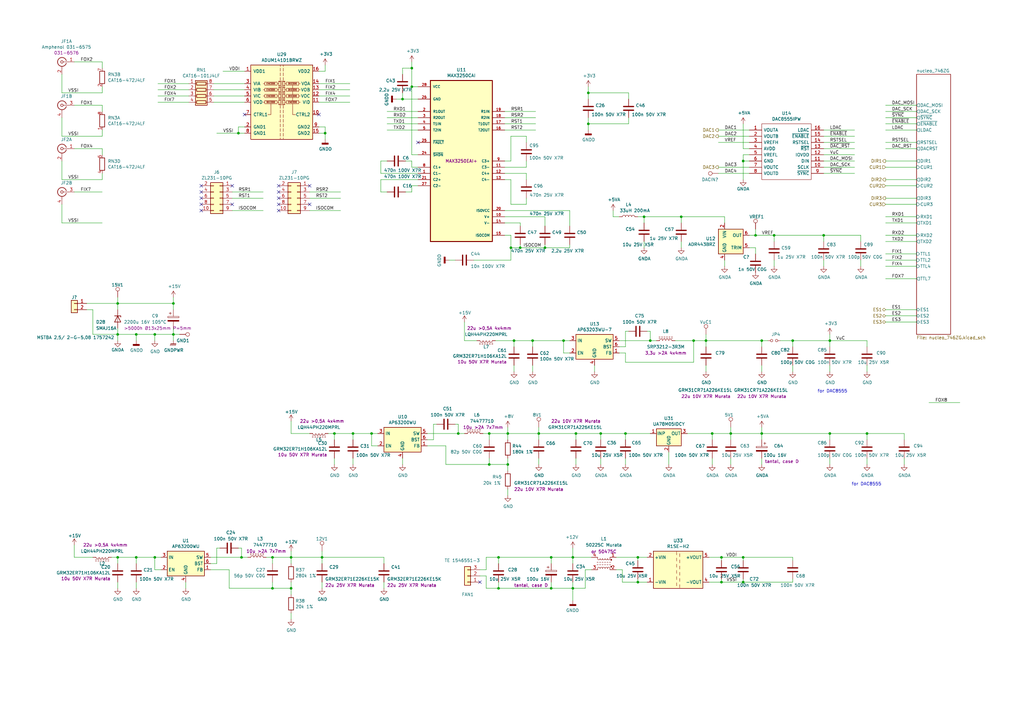
<source format=kicad_sch>
(kicad_sch (version 20230121) (generator eeschema)
  (paper "A3")
  (title_block (title "Compensation coils driver") (date "2022-03-22") (rev "2.0") (company "UMK (NCU) Toruń") (comment 1 "KL FAMO") (comment 2 "design by: mgr inż. Adam Ledziński") (comment 4 "PL: Zasilacz cewek kompensacyjnych (3x3A)"))
  (junction (at 200.66 190.5))
  (junction (at 152.4 177.8))
  (junction (at 325.12 139.7))
  (junction (at 337.82 96.52))
  (junction (at 295.91 238.76))
  (junction (at 246.38 177.8))
  (junction (at 289.56 139.7))
  (junction (at 317.5 96.52))
  (junction (at 204.47 228.6))
  (junction (at 187.96 177.8))
  (junction (at 208.28 190.5))
  (junction (at 71.12 137.16))
  (junction (at 63.5 228.6))
  (junction (at 71.12 124.46))
  (junction (at 48.26 124.46))
  (junction (at 292.1 177.8))
  (junction (at 168.91 27.94))
  (junction (at 279.4 88.9))
  (junction (at 312.42 139.7))
  (junction (at 264.16 88.9))
  (junction (at 218.44 139.7))
  (junction (at 132.08 228.6))
  (junction (at 204.47 241.3))
  (junction (at 231.14 139.7))
  (junction (at 236.22 177.8))
  (junction (at 119.38 241.3))
  (junction (at 168.91 35.56))
  (junction (at 55.88 228.6))
  (junction (at 241.3 38.1))
  (junction (at 261.62 238.76))
  (junction (at 312.42 177.8))
  (junction (at 165.1 40.64))
  (junction (at 209.55 101.6))
  (junction (at 226.06 228.6))
  (junction (at 234.95 228.6))
  (junction (at 111.76 228.6))
  (junction (at 99.06 228.6))
  (junction (at 234.95 241.3))
  (junction (at 266.7 139.7))
  (junction (at 48.26 228.6))
  (junction (at 256.54 177.8))
  (junction (at 295.91 228.6))
  (junction (at 304.8 66.04))
  (junction (at 304.8 228.6))
  (junction (at 355.6 177.8))
  (junction (at 340.36 139.7))
  (junction (at 261.62 228.6))
  (junction (at 299.72 177.8))
  (junction (at 241.3 50.8))
  (junction (at 97.79 54.61))
  (junction (at 119.38 228.6))
  (junction (at 55.88 137.16))
  (junction (at 226.06 241.3))
  (junction (at 304.8 238.76))
  (junction (at 144.78 177.8))
  (junction (at 284.48 139.7))
  (junction (at 210.82 139.7))
  (junction (at 63.5 137.16))
  (junction (at 133.35 54.61))
  (junction (at 200.66 177.8))
  (junction (at 48.26 137.16))
  (junction (at 220.98 177.8))
  (junction (at 208.28 177.8))
  (junction (at 223.52 101.6))
  (junction (at 213.36 101.6))
  (junction (at 309.88 96.52))
  (junction (at 340.36 177.8))
  (junction (at 111.76 241.3))
  (junction (at 137.16 177.8))
  (no_connect (at 114.3 76.2))
  (no_connect (at 171.45 58.42))
  (no_connect (at 127 76.2))
  (no_connect (at 82.55 78.74))
  (no_connect (at 114.3 78.74))
  (no_connect (at 114.3 86.36))
  (no_connect (at 82.55 76.2))
  (no_connect (at 130.81 46.99))
  (no_connect (at 196.85 238.76))
  (no_connect (at 100.33 46.99))
  (no_connect (at 95.25 83.82))
  (no_connect (at 114.3 81.28))
  (no_connect (at 82.55 83.82))
  (no_connect (at 95.25 76.2))
  (no_connect (at 82.55 86.36))
  (no_connect (at 127 83.82))
  (no_connect (at 114.3 83.82))
  (no_connect (at 82.55 81.28))
  (wire (pts (xy 299.72 175.26) (xy 299.72 177.8)))
  (wire (pts (xy 292.1 177.8) (xy 281.94 177.8)))
  (wire (pts (xy 289.56 137.16) (xy 289.56 139.7)))
  (wire (pts (xy 256.54 148.59) (xy 284.48 148.59)))
  (wire (pts (xy 312.42 180.34) (xy 312.42 177.8)))
  (wire (pts (xy 353.06 96.52) (xy 337.82 96.52)))
  (wire (pts (xy 240.03 233.68) (xy 242.57 233.68)))
  (wire (pts (xy 166.37 66.04) (xy 168.91 66.04)))
  (wire (pts (xy 119.38 241.3) (xy 111.76 241.3)))
  (wire (pts (xy 199.39 228.6) (xy 204.47 228.6)))
  (wire (pts (xy 340.36 139.7) (xy 340.36 137.16)))
  (wire (pts (xy 257.81 50.8) (xy 257.81 48.26)))
  (wire (pts (xy 223.52 88.9) (xy 223.52 92.71)))
  (wire (pts (xy 337.82 63.5) (xy 350.52 63.5)))
  (wire (pts (xy 307.34 60.96) (xy 304.8 60.96)))
  (wire (pts (xy 171.45 45.72) (xy 158.75 45.72)))
  (wire (pts (xy 269.24 139.7) (xy 266.7 139.7)))
  (wire (pts (xy 317.5 96.52) (xy 317.5 99.06)))
  (wire (pts (xy 295.91 238.76) (xy 304.8 238.76)))
  (wire (pts (xy 363.22 129.54) (xy 375.92 129.54)))
  (wire (pts (xy 55.88 231.14) (xy 55.88 228.6)))
  (wire (pts (xy 294.64 71.12) (xy 307.34 71.12)))
  (wire (pts (xy 87.63 34.29) (xy 100.33 34.29)))
  (wire (pts (xy 71.12 137.16) (xy 71.12 139.7)))
  (wire (pts (xy 363.22 50.8) (xy 375.92 50.8)))
  (wire (pts (xy 154.94 182.88) (xy 152.4 182.88)))
  (wire (pts (xy 55.88 137.16) (xy 63.5 137.16)))
  (wire (pts (xy 309.88 96.52) (xy 317.5 96.52)))
  (wire (pts (xy 209.55 101.6) (xy 213.36 101.6)))
  (wire (pts (xy 196.85 233.68) (xy 199.39 233.68)))
  (wire (pts (xy 363.22 58.42) (xy 375.92 58.42)))
  (wire (pts (xy 200.66 177.8) (xy 208.28 177.8)))
  (wire (pts (xy 41.91 60.96) (xy 30.48 60.96)))
  (wire (pts (xy 241.3 50.8) (xy 257.81 50.8)))
  (wire (pts (xy 119.38 241.3) (xy 119.38 238.76)))
  (wire (pts (xy 254 139.7) (xy 266.7 139.7)))
  (wire (pts (xy 87.63 39.37) (xy 100.33 39.37)))
  (wire (pts (xy 304.8 229.87) (xy 304.8 228.6)))
  (wire (pts (xy 30.48 228.6) (xy 38.1 228.6)))
  (wire (pts (xy 187.96 173.99) (xy 186.69 173.99)))
  (wire (pts (xy 132.08 238.76) (xy 132.08 241.3)))
  (wire (pts (xy 289.56 139.7) (xy 289.56 142.24)))
  (wire (pts (xy 375.92 91.44) (xy 363.22 91.44)))
  (wire (pts (xy 256.54 190.5) (xy 256.54 187.96)))
  (wire (pts (xy 234.95 228.6) (xy 234.95 231.14)))
  (wire (pts (xy 152.4 182.88) (xy 152.4 177.8)))
  (wire (pts (xy 132.08 228.6) (xy 157.48 228.6)))
  (wire (pts (xy 48.26 241.3) (xy 48.26 238.76)))
  (wire (pts (xy 257.81 38.1) (xy 257.81 40.64)))
  (wire (pts (xy 219.71 53.34) (xy 207.01 53.34)))
  (wire (pts (xy 295.91 229.87) (xy 295.91 228.6)))
  (wire (pts (xy 233.68 144.78) (xy 231.14 144.78)))
  (wire (pts (xy 156.21 78.74) (xy 158.75 78.74)))
  (wire (pts (xy 190.5 139.7) (xy 190.5 132.08)))
  (wire (pts (xy 132.08 226.06) (xy 132.08 228.6)))
  (wire (pts (xy 93.98 241.3) (xy 93.98 233.68)))
  (wire (pts (xy 279.4 101.6) (xy 279.4 99.06)))
  (wire (pts (xy 71.12 137.16) (xy 71.12 134.62)))
  (wire (pts (xy 143.51 39.37) (xy 130.81 39.37)))
  (wire (pts (xy 340.36 152.4) (xy 340.36 149.86)))
  (wire (pts (xy 266.7 135.89) (xy 265.43 135.89)))
  (wire (pts (xy 199.39 241.3) (xy 204.47 241.3)))
  (wire (pts (xy 209.55 83.82) (xy 215.9 83.82)))
  (wire (pts (xy 309.88 93.98) (xy 309.88 96.52)))
  (wire (pts (xy 241.3 38.1) (xy 241.3 35.56)))
  (wire (pts (xy 312.42 177.8) (xy 312.42 175.26)))
  (wire (pts (xy 119.38 177.8) (xy 127 177.8)))
  (wire (pts (xy 207.01 96.52) (xy 209.55 96.52)))
  (wire (pts (xy 256.54 142.24) (xy 254 142.24)))
  (wire (pts (xy 236.22 190.5) (xy 236.22 187.96)))
  (wire (pts (xy 168.91 78.74) (xy 168.91 76.2)))
  (wire (pts (xy 165.1 27.94) (xy 165.1 30.48)))
  (wire (pts (xy 77.47 41.91) (xy 64.77 41.91)))
  (wire (pts (xy 179.07 173.99) (xy 177.8 173.99)))
  (wire (pts (xy 294.64 55.88) (xy 307.34 55.88)))
  (wire (pts (xy 375.92 66.04) (xy 363.22 66.04)))
  (wire (pts (xy 219.71 50.8) (xy 207.01 50.8)))
  (wire (pts (xy 171.45 73.66) (xy 156.21 73.66)))
  (wire (pts (xy 363.22 48.26) (xy 375.92 48.26)))
  (wire (pts (xy 215.9 68.58) (xy 215.9 66.04)))
  (wire (pts (xy 375.92 106.68) (xy 363.22 106.68)))
  (wire (pts (xy 363.22 76.2) (xy 375.92 76.2)))
  (wire (pts (xy 48.26 231.14) (xy 48.26 228.6)))
  (wire (pts (xy 370.84 190.5) (xy 370.84 187.96)))
  (wire (pts (xy 299.72 177.8) (xy 292.1 177.8)))
  (wire (pts (xy 231.14 144.78) (xy 231.14 139.7)))
  (wire (pts (xy 312.42 139.7) (xy 289.56 139.7)))
  (wire (pts (xy 325.12 152.4) (xy 325.12 149.86)))
  (wire (pts (xy 234.95 228.6) (xy 242.57 228.6)))
  (wire (pts (xy 375.92 104.14) (xy 363.22 104.14)))
  (wire (pts (xy 109.22 228.6) (xy 111.76 228.6)))
  (wire (pts (xy 190.5 177.8) (xy 187.96 177.8)))
  (wire (pts (xy 207.01 68.58) (xy 215.9 68.58)))
  (wire (pts (xy 177.8 173.99) (xy 177.8 180.34)))
  (wire (pts (xy 77.47 39.37) (xy 64.77 39.37)))
  (wire (pts (xy 55.88 228.6) (xy 63.5 228.6)))
  (wire (pts (xy 304.8 238.76) (xy 325.12 238.76)))
  (wire (pts (xy 25.4 30.48) (xy 25.4 38.1)))
  (wire (pts (xy 208.28 190.5) (xy 208.28 187.96)))
  (wire (pts (xy 246.38 177.8) (xy 256.54 177.8)))
  (wire (pts (xy 223.52 101.6) (xy 223.52 100.33)))
  (wire (pts (xy 340.36 142.24) (xy 340.36 139.7)))
  (wire (pts (xy 171.45 35.56) (xy 168.91 35.56)))
  (wire (pts (xy 48.26 228.6) (xy 55.88 228.6)))
  (wire (pts (xy 256.54 177.8) (xy 256.54 180.34)))
  (wire (pts (xy 261.62 238.76) (xy 265.43 238.76)))
  (wire (pts (xy 119.38 243.84) (xy 119.38 241.3)))
  (wire (pts (xy 340.36 177.8) (xy 355.6 177.8)))
  (wire (pts (xy 63.5 139.7) (xy 63.5 137.16)))
  (wire (pts (xy 375.92 81.28) (xy 363.22 81.28)))
  (wire (pts (xy 218.44 139.7) (xy 231.14 139.7)))
  (wire (pts (xy 375.92 114.3) (xy 363.22 114.3)))
  (wire (pts (xy 290.83 238.76) (xy 295.91 238.76)))
  (wire (pts (xy 55.88 241.3) (xy 55.88 238.76)))
  (wire (pts (xy 363.22 60.96) (xy 375.92 60.96)))
  (wire (pts (xy 304.8 237.49) (xy 304.8 238.76)))
  (wire (pts (xy 304.8 63.5) (xy 304.8 66.04)))
  (wire (pts (xy 63.5 233.68) (xy 63.5 228.6)))
  (wire (pts (xy 279.4 91.44) (xy 279.4 88.9)))
  (wire (pts (xy 294.64 58.42) (xy 307.34 58.42)))
  (wire (pts (xy 198.12 177.8) (xy 200.66 177.8)))
  (wire (pts (xy 63.5 137.16) (xy 71.12 137.16)))
  (wire (pts (xy 71.12 124.46) (xy 71.12 121.92)))
  (wire (pts (xy 184.15 106.68) (xy 186.69 106.68)))
  (wire (pts (xy 236.22 177.8) (xy 236.22 180.34)))
  (wire (pts (xy 99.06 224.79) (xy 99.06 228.6)))
  (wire (pts (xy 76.2 241.3) (xy 76.2 238.76)))
  (wire (pts (xy 187.96 173.99) (xy 187.96 177.8)))
  (wire (pts (xy 363.22 43.18) (xy 375.92 43.18)))
  (wire (pts (xy 255.27 233.68) (xy 255.27 238.76)))
  (wire (pts (xy 208.28 180.34) (xy 208.28 177.8)))
  (wire (pts (xy 312.42 152.4) (xy 312.42 149.86)))
  (wire (pts (xy 312.42 177.8) (xy 299.72 177.8)))
  (wire (pts (xy 111.76 241.3) (xy 93.98 241.3)))
  (wire (pts (xy 375.92 88.9) (xy 363.22 88.9)))
  (wire (pts (xy 152.4 177.8) (xy 154.94 177.8)))
  (wire (pts (xy 289.56 149.86) (xy 289.56 152.4)))
  (wire (pts (xy 119.38 228.6) (xy 132.08 228.6)))
  (wire (pts (xy 393.7 165.1) (xy 381 165.1)))
  (wire (pts (xy 325.12 139.7) (xy 340.36 139.7)))
  (wire (pts (xy 208.28 190.5) (xy 200.66 190.5)))
  (wire (pts (xy 215.9 73.66) (xy 215.9 71.12)))
  (wire (pts (xy 219.71 48.26) (xy 207.01 48.26)))
  (wire (pts (xy 111.76 228.6) (xy 119.38 228.6)))
  (wire (pts (xy 309.88 104.14) (xy 309.88 101.6)))
  (wire (pts (xy 111.76 231.14) (xy 111.76 228.6)))
  (wire (pts (xy 41.91 27.94) (xy 41.91 25.4)))
  (wire (pts (xy 209.55 96.52) (xy 209.55 101.6)))
  (wire (pts (xy 25.4 55.88) (xy 41.91 55.88)))
  (wire (pts (xy 252.73 233.68) (xy 255.27 233.68)))
  (wire (pts (xy 207.01 88.9) (xy 223.52 88.9)))
  (wire (pts (xy 289.56 139.7) (xy 284.48 139.7)))
  (wire (pts (xy 165.1 190.5) (xy 165.1 187.96)))
  (wire (pts (xy 363.22 83.82) (xy 375.92 83.82)))
  (wire (pts (xy 55.88 139.7) (xy 55.88 137.16)))
  (wire (pts (xy 213.36 101.6) (xy 223.52 101.6)))
  (wire (pts (xy 130.81 29.21) (xy 133.35 29.21)))
  (wire (pts (xy 209.55 73.66) (xy 209.55 83.82)))
  (wire (pts (xy 137.16 177.8) (xy 144.78 177.8)))
  (wire (pts (xy 220.98 187.96) (xy 220.98 190.5)))
  (wire (pts (xy 208.28 175.26) (xy 208.28 177.8)))
  (wire (pts (xy 199.39 236.22) (xy 199.39 241.3)))
  (wire (pts (xy 133.35 52.07) (xy 133.35 54.61)))
  (wire (pts (xy 182.88 182.88) (xy 175.26 182.88)))
  (wire (pts (xy 133.35 29.21) (xy 133.35 26.67)))
  (wire (pts (xy 25.4 48.26) (xy 25.4 55.88)))
  (wire (pts (xy 255.27 238.76) (xy 261.62 238.76)))
  (wire (pts (xy 119.38 254) (xy 119.38 251.46)))
  (wire (pts (xy 200.66 180.34) (xy 200.66 177.8)))
  (wire (pts (xy 231.14 139.7) (xy 233.68 139.7)))
  (wire (pts (xy 219.71 45.72) (xy 207.01 45.72)))
  (wire (pts (xy 215.9 71.12) (xy 207.01 71.12)))
  (wire (pts (xy 309.88 101.6) (xy 307.34 101.6)))
  (wire (pts (xy 251.46 88.9) (xy 251.46 86.36)))
  (wire (pts (xy 337.82 60.96) (xy 350.52 60.96)))
  (wire (pts (xy 77.47 36.83) (xy 64.77 36.83)))
  (wire (pts (xy 99.06 224.79) (xy 97.79 224.79)))
  (wire (pts (xy 157.48 228.6) (xy 157.48 231.14)))
  (wire (pts (xy 91.44 29.21) (xy 100.33 29.21)))
  (wire (pts (xy 243.84 152.4) (xy 243.84 149.86)))
  (wire (pts (xy 340.36 139.7) (xy 355.6 139.7)))
  (wire (pts (xy 312.42 139.7) (xy 312.42 142.24)))
  (wire (pts (xy 246.38 190.5) (xy 246.38 187.96)))
  (wire (pts (xy 199.39 233.68) (xy 199.39 228.6)))
  (wire (pts (xy 100.33 52.07) (xy 97.79 52.07)))
  (wire (pts (xy 190.5 139.7) (xy 195.58 139.7)))
  (wire (pts (xy 213.36 101.6) (xy 213.36 100.33)))
  (wire (pts (xy 234.95 241.3) (xy 234.95 238.76)))
  (wire (pts (xy 375.92 73.66) (xy 363.22 73.66)))
  (wire (pts (xy 111.76 241.3) (xy 111.76 238.76)))
  (wire (pts (xy 168.91 66.04) (xy 168.91 68.58)))
  (wire (pts (xy 337.82 55.88) (xy 350.52 55.88)))
  (wire (pts (xy 95.25 86.36) (xy 107.95 86.36)))
  (wire (pts (xy 168.91 63.5) (xy 168.91 35.56)))
  (wire (pts (xy 325.12 238.76) (xy 325.12 237.49)))
  (wire (pts (xy 48.26 127) (xy 48.26 124.46)))
  (wire (pts (xy 168.91 27.94) (xy 165.1 27.94)))
  (wire (pts (xy 294.64 53.34) (xy 307.34 53.34)))
  (wire (pts (xy 48.26 137.16) (xy 38.1 137.16)))
  (wire (pts (xy 175.26 177.8) (xy 187.96 177.8)))
  (wire (pts (xy 234.95 241.3) (xy 234.95 246.38)))
  (wire (pts (xy 41.91 63.5) (xy 41.91 60.96)))
  (wire (pts (xy 264.16 101.6) (xy 264.16 99.06)))
  (wire (pts (xy 251.46 88.9) (xy 254 88.9)))
  (wire (pts (xy 41.91 43.18) (xy 30.48 43.18)))
  (wire (pts (xy 25.4 91.44) (xy 41.91 91.44)))
  (wire (pts (xy 41.91 25.4) (xy 30.48 25.4)))
  (wire (pts (xy 66.04 233.68) (xy 63.5 233.68)))
  (wire (pts (xy 88.9 231.14) (xy 86.36 231.14)))
  (wire (pts (xy 171.45 48.26) (xy 158.75 48.26)))
  (wire (pts (xy 41.91 38.1) (xy 41.91 35.56)))
  (wire (pts (xy 157.48 241.3) (xy 157.48 238.76)))
  (wire (pts (xy 165.1 40.64) (xy 162.56 40.64)))
  (wire (pts (xy 48.26 137.16) (xy 55.88 137.16)))
  (wire (pts (xy 93.98 233.68) (xy 86.36 233.68)))
  (wire (pts (xy 71.12 127) (xy 71.12 124.46)))
  (wire (pts (xy 292.1 180.34) (xy 292.1 177.8)))
  (wire (pts (xy 294.64 68.58) (xy 307.34 68.58)))
  (wire (pts (xy 210.82 152.4) (xy 210.82 149.86)))
  (wire (pts (xy 48.26 137.16) (xy 48.26 134.62)))
  (wire (pts (xy 274.32 190.5) (xy 274.32 185.42)))
  (wire (pts (xy 295.91 237.49) (xy 295.91 238.76)))
  (wire (pts (xy 165.1 40.64) (xy 165.1 38.1)))
  (wire (pts (xy 337.82 58.42) (xy 350.52 58.42)))
  (wire (pts (xy 256.54 177.8) (xy 266.7 177.8)))
  (wire (pts (xy 63.5 228.6) (xy 66.04 228.6)))
  (wire (pts (xy 38.1 137.16) (xy 38.1 127)))
  (wire (pts (xy 370.84 177.8) (xy 370.84 180.34)))
  (wire (pts (xy 207.01 66.04) (xy 209.55 66.04)))
  (wire (pts (xy 144.78 180.34) (xy 144.78 177.8)))
  (wire (pts (xy 355.6 152.4) (xy 355.6 149.86)))
  (wire (pts (xy 215.9 83.82) (xy 215.9 81.28)))
  (wire (pts (xy 233.68 101.6) (xy 233.68 100.33)))
  (wire (pts (xy 264.16 88.9) (xy 264.16 91.44)))
  (wire (pts (xy 375.92 99.06) (xy 363.22 99.06)))
  (wire (pts (xy 139.7 81.28) (xy 127 81.28)))
  (wire (pts (xy 355.6 190.5) (xy 355.6 187.96)))
  (wire (pts (xy 213.36 91.44) (xy 207.01 91.44)))
  (wire (pts (xy 264.16 88.9) (xy 279.4 88.9)))
  (wire (pts (xy 204.47 228.6) (xy 226.06 228.6)))
  (wire (pts (xy 353.06 99.06) (xy 353.06 96.52)))
  (wire (pts (xy 209.55 55.88) (xy 215.9 55.88)))
  (wire (pts (xy 246.38 177.8) (xy 246.38 180.34)))
  (wire (pts (xy 266.7 135.89) (xy 266.7 139.7)))
  (wire (pts (xy 194.31 106.68) (xy 209.55 106.68)))
  (wire (pts (xy 137.16 190.5) (xy 137.16 187.96)))
  (wire (pts (xy 143.51 41.91) (xy 130.81 41.91)))
  (wire (pts (xy 290.83 228.6) (xy 295.91 228.6)))
  (wire (pts (xy 317.5 109.22) (xy 317.5 106.68)))
  (wire (pts (xy 299.72 180.34) (xy 299.72 177.8)))
  (wire (pts (xy 87.63 36.83) (xy 100.33 36.83)))
  (wire (pts (xy 133.35 54.61) (xy 133.35 57.15)))
  (wire (pts (xy 139.7 78.74) (xy 127 78.74)))
  (wire (pts (xy 77.47 34.29) (xy 64.77 34.29)))
  (wire (pts (xy 156.21 71.12) (xy 156.21 66.04)))
  (wire (pts (xy 204.47 241.3) (xy 204.47 238.76)))
  (wire (pts (xy 144.78 190.5) (xy 144.78 187.96)))
  (wire (pts (xy 295.91 228.6) (xy 304.8 228.6)))
  (wire (pts (xy 340.36 177.8) (xy 340.36 180.34)))
  (wire (pts (xy 234.95 241.3) (xy 226.06 241.3)))
  (wire (pts (xy 208.28 203.2) (xy 208.28 200.66)))
  (wire (pts (xy 171.45 53.34) (xy 158.75 53.34)))
  (wire (pts (xy 130.81 52.07) (xy 133.35 52.07)))
  (wire (pts (xy 171.45 50.8) (xy 158.75 50.8)))
  (wire (pts (xy 363.22 45.72) (xy 375.92 45.72)))
  (wire (pts (xy 234.95 224.79) (xy 234.95 228.6)))
  (wire (pts (xy 207.01 86.36) (xy 233.68 86.36)))
  (wire (pts (xy 234.95 241.3) (xy 240.03 241.3)))
  (wire (pts (xy 297.18 109.22) (xy 297.18 106.68)))
  (wire (pts (xy 284.48 148.59) (xy 284.48 139.7)))
  (wire (pts (xy 88.9 54.61) (xy 97.79 54.61)))
  (wire (pts (xy 90.17 224.79) (xy 88.9 224.79)))
  (wire (pts (xy 325.12 228.6) (xy 325.12 229.87)))
  (wire (pts (xy 200.66 190.5) (xy 200.66 187.96)))
  (wire (pts (xy 35.56 124.46) (xy 48.26 124.46)))
  (wire (pts (xy 132.08 228.6) (xy 132.08 231.14)))
  (wire (pts (xy 226.06 241.3) (xy 226.06 238.76)))
  (wire (pts (xy 252.73 228.6) (xy 261.62 228.6)))
  (wire (pts (xy 208.28 193.04) (xy 208.28 190.5)))
  (wire (pts (xy 41.91 73.66) (xy 41.91 71.12)))
  (wire (pts (xy 304.8 228.6) (xy 325.12 228.6)))
  (wire (pts (xy 30.48 228.6) (xy 30.48 223.52)))
  (wire (pts (xy 88.9 224.79) (xy 88.9 231.14)))
  (wire (pts (xy 240.03 241.3) (xy 240.03 233.68)))
  (wire (pts (xy 25.4 38.1) (xy 41.91 38.1)))
  (wire (pts (xy 171.45 71.12) (xy 156.21 71.12)))
  (wire (pts (xy 241.3 38.1) (xy 241.3 40.64)))
  (wire (pts (xy 279.4 88.9) (xy 297.18 88.9)))
  (wire (pts (xy 241.3 50.8) (xy 241.3 48.26)))
  (wire (pts (xy 127 86.36) (xy 139.7 86.36)))
  (wire (pts (xy 363.22 53.34) (xy 375.92 53.34)))
  (wire (pts (xy 166.37 78.74) (xy 168.91 78.74)))
  (wire (pts (xy 199.39 236.22) (xy 196.85 236.22)))
  (wire (pts (xy 119.38 177.8) (xy 119.38 172.72)))
  (wire (pts (xy 297.18 88.9) (xy 297.18 91.44)))
  (wire (pts (xy 130.81 54.61) (xy 133.35 54.61)))
  (wire (pts (xy 363.22 127) (xy 375.92 127)))
  (wire (pts (xy 25.4 73.66) (xy 41.91 73.66)))
  (wire (pts (xy 156.21 73.66) (xy 156.21 78.74)))
  (wire (pts (xy 355.6 177.8) (xy 355.6 180.34)))
  (wire (pts (xy 375.92 109.22) (xy 363.22 109.22)))
  (wire (pts (xy 320.04 139.7) (xy 325.12 139.7)))
  (wire (pts (xy 208.28 177.8) (xy 220.98 177.8)))
  (wire (pts (xy 261.62 88.9) (xy 264.16 88.9)))
  (wire (pts (xy 107.95 78.74) (xy 95.25 78.74)))
  (wire (pts (xy 355.6 177.8) (xy 370.84 177.8)))
  (wire (pts (xy 218.44 142.24) (xy 218.44 139.7)))
  (wire (pts (xy 168.91 76.2) (xy 171.45 76.2)))
  (wire (pts (xy 87.63 41.91) (xy 100.33 41.91)))
  (wire (pts (xy 256.54 144.78) (xy 256.54 148.59)))
  (wire (pts (xy 210.82 139.7) (xy 218.44 139.7)))
  (wire (pts (xy 45.72 228.6) (xy 48.26 228.6)))
  (wire (pts (xy 246.38 177.8) (xy 236.22 177.8)))
  (wire (pts (xy 48.26 121.92) (xy 48.26 124.46)))
  (wire (pts (xy 204.47 241.3) (xy 226.06 241.3)))
  (wire (pts (xy 86.36 228.6) (xy 99.06 228.6)))
  (wire (pts (xy 210.82 142.24) (xy 210.82 139.7)))
  (wire (pts (xy 375.92 96.52) (xy 363.22 96.52)))
  (wire (pts (xy 215.9 55.88) (xy 215.9 58.42)))
  (wire (pts (xy 119.38 231.14) (xy 119.38 228.6)))
  (wire (pts (xy 312.42 177.8) (xy 340.36 177.8)))
  (wire (pts (xy 156.21 66.04) (xy 158.75 66.04)))
  (wire (pts (xy 304.8 60.96) (xy 304.8 50.8)))
  (wire (pts (xy 41.91 45.72) (xy 41.91 43.18)))
  (wire (pts (xy 143.51 36.83) (xy 130.81 36.83)))
  (wire (pts (xy 307.34 63.5) (xy 304.8 63.5)))
  (wire (pts (xy 226.06 231.14) (xy 226.06 228.6)))
  (wire (pts (xy 234.95 228.6) (xy 226.06 228.6)))
  (wire (pts (xy 337.82 68.58) (xy 350.52 68.58)))
  (wire (pts (xy 304.8 66.04) (xy 307.34 66.04)))
  (wire (pts (xy 363.22 132.08) (xy 375.92 132.08)))
  (wire (pts (xy 261.62 237.49) (xy 261.62 238.76)))
  (wire (pts (xy 107.95 81.28) (xy 95.25 81.28)))
  (wire (pts (xy 261.62 228.6) (xy 261.62 229.87)))
  (wire (pts (xy 48.26 137.16) (xy 48.26 139.7)))
  (wire (pts (xy 265.43 228.6) (xy 261.62 228.6)))
  (wire (pts (xy 168.91 35.56) (xy 168.91 27.94)))
  (wire (pts (xy 353.06 109.22) (xy 353.06 106.68)))
  (wire (pts (xy 292.1 190.5) (xy 292.1 187.96)))
  (wire (pts (xy 223.52 101.6) (xy 233.68 101.6)))
  (wire (pts (xy 200.66 190.5) (xy 182.88 190.5)))
  (wire (pts (xy 218.44 152.4) (xy 218.44 149.86)))
  (wire (pts (xy 177.8 180.34) (xy 175.26 180.34)))
  (wire (pts (xy 307.34 96.52) (xy 309.88 96.52)))
  (wire (pts (xy 71.12 124.46) (xy 48.26 124.46)))
  (wire (pts (xy 337.82 99.06) (xy 337.82 96.52)))
  (wire (pts (xy 168.91 68.58) (xy 171.45 68.58)))
  (wire (pts (xy 137.16 180.34) (xy 137.16 177.8)))
  (wire (pts (xy 276.86 139.7) (xy 284.48 139.7)))
  (wire (pts (xy 38.1 127) (xy 35.56 127)))
  (wire (pts (xy 337.82 96.52) (xy 317.5 96.52)))
  (wire (pts (xy 340.36 190.5) (xy 340.36 187.96)))
  (wire (pts (xy 355.6 142.24) (xy 355.6 139.7)))
  (wire (pts (xy 363.22 68.58) (xy 375.92 68.58)))
  (wire (pts (xy 168.91 25.4) (xy 168.91 27.94)))
  (wire (pts (xy 312.42 190.5) (xy 312.42 187.96)))
  (wire (pts (xy 209.55 106.68) (xy 209.55 101.6)))
  (wire (pts (xy 241.3 53.34) (xy 241.3 50.8)))
  (wire (pts (xy 220.98 177.8) (xy 220.98 180.34)))
  (wire (pts (xy 25.4 83.82) (xy 25.4 91.44)))
  (wire (pts (xy 143.51 34.29) (xy 130.81 34.29)))
  (wire (pts (xy 171.45 40.64) (xy 165.1 40.64)))
  (wire (pts (xy 207.01 73.66) (xy 209.55 73.66)))
  (wire (pts (xy 257.81 135.89) (xy 256.54 135.89)))
  (wire (pts (xy 337.82 109.22) (xy 337.82 106.68)))
  (wire (pts (xy 171.45 63.5) (xy 168.91 63.5)))
  (wire (pts (xy 204.47 231.14) (xy 204.47 228.6)))
  (wire (pts (xy 220.98 177.8) (xy 236.22 177.8)))
  (wire (pts (xy 312.42 139.7) (xy 314.96 139.7)))
  (wire (pts (xy 101.6 228.6) (xy 99.06 228.6)))
  (wire (pts (xy 220.98 175.26) (xy 220.98 177.8)))
  (wire (pts (xy 144.78 177.8) (xy 152.4 177.8)))
  (wire (pts (xy 41.91 78.74) (xy 30.48 78.74)))
  (wire (pts (xy 119.38 226.06) (xy 119.38 228.6)))
  (wire (pts (xy 241.3 38.1) (xy 257.81 38.1)))
  (wire (pts (xy 182.88 190.5) (xy 182.88 182.88)))
  (wire (pts (xy 304.8 66.04) (xy 304.8 73.66)))
  (wire (pts (xy 233.68 86.36) (xy 233.68 92.71)))
  (wire (pts (xy 337.82 66.04) (xy 350.52 66.04)))
  (wire (pts (xy 73.66 137.16) (xy 71.12 137.16)))
  (wire (pts (xy 337.82 71.12) (xy 350.52 71.12)))
  (wire (pts (xy 325.12 142.24) (xy 325.12 139.7)))
  (wire (pts (xy 256.54 135.89) (xy 256.54 142.24)))
  (wire (pts (xy 97.79 54.61) (xy 100.33 54.61)))
  (wire (pts (xy 213.36 92.71) (xy 213.36 91.44)))
  (wire (pts (xy 41.91 55.88) (xy 41.91 53.34)))
  (wire (pts (xy 134.62 177.8) (xy 137.16 177.8)))
  (wire (pts (xy 209.55 66.04) (xy 209.55 55.88)))
  (wire (pts (xy 97.79 52.07) (xy 97.79 54.61)))
  (wire (pts (xy 337.82 53.34) (xy 350.52 53.34)))
  (wire (pts (xy 203.2 139.7) (xy 210.82 139.7)))
  (wire (pts (xy 25.4 66.04) (xy 25.4 73.66)))
  (wire (pts (xy 256.54 144.78) (xy 254 144.78)))
  (wire (pts (xy 299.72 190.5) (xy 299.72 187.96)))
  (text "for DAC8555" (at 335.28 161.29 0) (effects (font (size 1.27 1.27)) (justify left bottom)))
  (text "for DAC8555" (at 349.25 199.39 0) (effects (font (size 1.27 1.27)) (justify left bottom)))
  (label "FIX2" (at 365.76 106.68 0))
  (label "FOX2" (at 33.02 25.4 0))
  (label "ES1" (at 365.76 127 0))
  (label "RST1" (at 97.79 81.28 0))
  (label "FOX8" (at 383.54 165.1 0))
  (label "RXD2" (at 161.29 48.26 0))
  (label "DAC2" (at 297.18 55.88 0))
  (label "VSSI" (at 27.94 55.88 0))
  (label "ES3" (at 365.76 132.08 0))
  (label "~{ENABLE}" (at 365.76 50.8 0))
  (label "FOX4" (at 67.31 39.37 0))
  (label "TXD1" (at 365.76 91.44 0))
  (label "RST2" (at 209.55 53.34 0))
  (label "RXD1" (at 161.29 45.72 0))
  (label "VREF" (at 312.42 96.52 0))
  (label "FOX7" (at 133.35 41.91 0))
  (label "RXD2" (at 365.76 96.52 0))
  (label "TXD1" (at 161.29 50.8 0))
  (label "DAC_RST" (at 365.76 60.96 0))
  (label "RST2" (at 129.54 81.28 0))
  (label "DAC1" (at 297.18 53.34 0))
  (label "DAC3" (at 297.18 68.58 0))
  (label "RSR1" (at 97.79 78.74 0))
  (label "RXD1" (at 365.76 88.9 0))
  (label "LDAC" (at 365.76 53.34 0))
  (label "RSR1" (at 209.55 45.72 0))
  (label "~{SYNC}" (at 365.76 48.26 0))
  (label "ES2" (at 365.76 129.54 0))
  (label "DAC_MOSI" (at 365.76 43.18 0))
  (label "FOX2" (at 67.31 36.83 0))
  (label "FIX7" (at 33.02 78.74 0))
  (label "ISOCOM" (at 129.54 86.36 0))
  (label "TXD2" (at 365.76 99.06 0))
  (label "ISOCOM" (at 214.63 101.6 0))
  (label "VSSI" (at 302.26 238.76 180))
  (label "RSTSEL" (at 340.36 58.42 0))
  (label "FOX1" (at 67.31 34.29 0))
  (label "RSTSEL" (at 365.76 58.42 0))
  (label "TXD2" (at 161.29 53.34 0))
  (label "DAC_SCK" (at 365.76 45.72 0))
  (label "FIX7" (at 67.31 41.91 0))
  (label "VuC" (at 340.36 63.5 0))
  (label "RSR2" (at 209.55 48.26 0))
  (label "~{DAC_RST}" (at 340.36 60.96 0))
  (label "DAC4" (at 297.18 71.12 0))
  (label "RSR2" (at 129.54 78.74 0))
  (label "DAC_SCK" (at 340.36 68.58 0))
  (label "DAC_MOSI" (at 340.36 66.04 0))
  (label "VSSI" (at 27.94 91.44 0))
  (label "RST1" (at 209.55 50.8 0))
  (label "FOX4" (at 33.02 60.96 0))
  (label "ISOCOM" (at 97.79 86.36 0))
  (label "FOX1" (at 33.02 43.18 0))
  (label "VSSI" (at 27.94 73.66 0))
  (label "FIX2" (at 133.35 36.83 0))
  (label "~{ENABLE}" (at 340.36 55.88 0))
  (label "FIX1" (at 133.35 34.29 0))
  (label "FIX4" (at 365.76 109.22 0))
  (label "VSSI" (at 27.94 38.1 0))
  (label "~{SYNC}" (at 340.36 71.12 0))
  (label "FOX7" (at 365.76 114.3 0))
  (label "FIX1" (at 365.76 104.14 0))
  (label "VDDI" (at 302.26 228.6 180))
  (label "VDDI" (at 93.98 29.21 0))
  (label "VREF" (at 297.18 58.42 0))
  (label "VuC" (at 342.9 139.7 0))
  (label "VSSI" (at 91.44 54.61 0))
  (label "FIX4" (at 133.35 39.37 0))
  (label "LDAC" (at 340.36 53.34 0))
  (hierarchical_label "CUR3" (shape input) (at 363.22 83.82 180))
  (hierarchical_label "ES1" (shape bidirectional) (at 363.22 127 180))
  (hierarchical_label "DAC2" (shape output) (at 294.64 55.88 180))
  (hierarchical_label "DIR2" (shape output) (at 363.22 73.66 180))
  (hierarchical_label "DIR1" (shape output) (at 363.22 66.04 180))
  (hierarchical_label "CUR1" (shape input) (at 363.22 68.58 180))
  (hierarchical_label "DAC1" (shape output) (at 294.64 53.34 180))
  (hierarchical_label "CUR2" (shape input) (at 363.22 76.2 180))
  (hierarchical_label "DIR3" (shape output) (at 363.22 81.28 180))
  (hierarchical_label "DAC3" (shape output) (at 294.64 68.58 180))
  (hierarchical_label "ES2" (shape bidirectional) (at 363.22 129.54 180))
  (hierarchical_label "ES3" (shape bidirectional) (at 363.22 132.08 180))
  (symbol (lib_id "power:GNDA") (at 256.54 190.5 0) (unit 1)
    (property "Reference" "#PWR0107" (effects hide))
    (property "Value" "GNDA" (at 256.667 194.9958 0))
  )
  (symbol (lib_id "power:GNDA") (at 292.1 190.5 0) (unit 1)
    (property "Reference" "#PWR0115" (effects hide))
    (property "Value" "GNDA" (at 292.227 194.9958 0))
  )
  (symbol (lib_id "Connector_Generic:Conn_01x03") (at 191.77 236.22 180) (unit 1)
    (property "Reference" "FAN1" (at 194.31 243.84 0) (effects (justify left)))
    (property "Value" "TE 1546551-3" (at 196.85 229.87 0) (effects (justify left)))
    (property "Footprint" "TerminalBlock_4UCON:TerminalBlock_4UCON_19963_03x3.5mm_Straight" (effects hide))
  )
  (symbol (lib_id "power:+12V") (at 234.95 224.79 0) (mirror y) (unit 1)
    (property "Reference" "#PWR0124" (effects hide))
    (property "Value" "+12V" (at 234.569 220.2942 0))
  )
  (symbol (lib_id "Connector:Conn_Coaxial_x2_Isolated") (at 25.4 60.96 0) (mirror y) (unit 1)
    (property "Reference" "JF2" (at 27.2542 57.2262 0))
    (property "Value" "Amphenol 031-6575" (effects hide))
    (property "Footprint" "Connector_Coaxial:BNC_Amphenol_031-6575_Horizontal" (effects hide))
    (property "Datasheet" " ~" (effects hide))
    (property "Comm" "031-6576" (effects hide))
  )
  (symbol (lib_id "Connector:Conn_Coaxial_x2_Isolated") (at 25.4 78.74 0) (mirror y) (unit 2)
    (property "Reference" "JF2" (at 27.2542 75.0062 0))
    (property "Value" "Amphenol 031-6575" (effects hide))
    (property "Footprint" "Connector_Coaxial:BNC_Amphenol_031-6575_Horizontal" (effects hide))
    (property "Datasheet" " ~" (effects hide))
    (property "Comm" "031-6576" (effects hide))
  )
  (symbol (lib_id "current3Av2-rescue:CP-Device") (at 226.06 234.95 0) (unit 1)
    (property "Reference" "C19" (at 217.17 233.68 0) (effects (justify left)))
    (property "Value" "100u 16V" (at 215.9 237.49 0) (effects (justify left)))
    (property "Footprint" "Capacitors_Tantalum_SMD:CP_Tantalum_Case-D_EIA-7343-31_Reflow" (effects hide))
    (property "Comm" "tantal, case D" (at 210.82 240.03 0) (effects (justify left)))
  )
  (symbol (lib_id "current3Av2-rescue:+3.3V-power") (at 168.91 25.4 0) (unit 1)
    (property "Reference" "#PWR032" (effects hide))
    (property "Value" "+3.3V" (at 169.291 20.9042 0))
  )
  (symbol (lib_id "current3Av2-rescue:L_Core_Ferrite_Coupled_1423-Device") (at 247.65 231.14 0) (mirror y) (unit 1)
    (property "Reference" "L1" (at 247.65 220.98 0))
    (property "Value" "50225C Murata" (at 247.65 223.52 0))
    (property "Footprint" "ff_lib:L_CommonMode_Murata_5000" (effects hide))
    (property "Datasheet" "https://www.murata-ps.com/pub/data/magnetics/kmp_5000c.pdf" (effects hide))
    (property "Comm" "or 50475C" (at 247.65 226.2378 0))
  )
  (symbol (lib_id "Device:C") (at 190.5 106.68 270) (mirror x) (unit 1)
    (property "Reference" "C44" (at 193.04 104.14 90) (effects (justify left)))
    (property "Value" "10n 100V X7R" (at 193.04 109.22 90) (effects (justify left)))
    (property "Footprint" "Capacitors_SMD:C_0805" (effects hide))
    (instances (project "current3Av2" (path "" (reference "C44") (unit 1)) (path "" (reference "C?") (unit 1))))
  )
  (symbol (lib_id "power:GNDD") (at 184.15 106.68 270) (unit 1)
    (property "Reference" "#PWR057" (effects hide))
    (property "Value" "GNDD" (at 180.1876 106.807 0))
  )
  (symbol (lib_id "power:+8V") (at 208.28 175.26 0) (unit 1)
    (property "Reference" "#PWR060" (effects hide))
    (property "Value" "+8V" (at 208.661 170.7642 0))
  )
  (symbol (lib_id "power:GNDD") (at 241.3 53.34 0) (unit 1)
    (property "Reference" "#PWR056" (effects hide))
    (property "Value" "GNDD" (at 241.427 57.3024 0))
  )
  (symbol (lib_id "power:GNDA") (at 317.5 109.22 0) (unit 1)
    (property "Reference" "#PWR070" (effects hide))
    (property "Value" "GNDA" (at 317.627 113.7158 0))
  )
  (symbol (lib_id "power:GNDA") (at 264.16 101.6 0) (unit 1)
    (property "Reference" "#PWR062" (effects hide))
    (property "Value" "GNDA" (at 264.287 106.0958 0))
  )
  (symbol (lib_id "power:GNDA") (at 309.88 111.76 0) (unit 1)
    (property "Reference" "#PWR03" (effects hide))
    (property "Value" "GNDA" (at 310.007 116.2558 0))
  )
  (symbol (lib_id "Connector:TestPoint") (at 294.64 71.12 90) (unit 1)
    (property "Reference" "DACIN?" (at 294.64 73.66 90) (effects (justify left)))
    (property "Value" "TestPoint" (effects hide))
    (property "Footprint" "Connectors_TestPoints:Test_Point_THTPad_1.5x1.5mm_Drill0.7mm" (effects hide))
    (instances (project "current3Av2" (path "" (reference "DACIN?") (unit 1)) (path "" (reference "DACIN4") (unit 1)) (path "" (reference "DACIN?") (unit 1))))
  )
  (symbol (lib_id "Device:C") (at 337.82 102.87 0) (unit 1)
    (property "Reference" "C?" (at 342.9 100.33 0) (effects (justify right)))
    (property "Value" "100n 50V X7R" (at 346.71 105.41 0) (effects (justify right)))
    (property "Footprint" "Capacitors_SMD:C_0603" (effects hide))
    (instances (project "current3Av2" (path "" (reference "C83") (unit 1))))
  )
  (symbol (lib_id "Regulator_Switching:AP63205WU") (at 165.1 180.34 0) (unit 1)
    (property "Reference" "U10" (at 165.1 170.942 0))
    (property "Value" "AP63200WU" (at 165.1 173.3042 0))
    (property "Footprint" "Package_TO_SOT_SMD:TSOT-23-6" (effects hide))
    (property "Datasheet" "https://www.diodes.com/assets/Datasheets/AP63200-AP63201-AP63203-AP63205.pdf" (effects hide))
    (property "Comm" "AP63201WU" (effects hide))
  )
  (symbol (lib_id "power:GND") (at 137.16 190.5 0) (unit 1)
    (property "Reference" "#PWR048" (effects hide))
    (property "Value" "GND" (at 137.287 194.9958 0))
  )
  (symbol (lib_id "Device:C") (at 182.88 173.99 270) (unit 1)
    (property "Reference" "C51" (at 181.61 167.64 90) (effects (justify left)))
    (property "Value" "100n 50V X7R" (at 176.53 170.18 90) (effects (justify left)))
    (property "Footprint" "Capacitors_SMD:C_0603" (effects hide))
  )
  (symbol (lib_id "Device:C") (at 236.22 184.15 0) (unit 1)
    (property "Reference" "C70" (at 239.141 181.7878 0) (effects (justify left)))
    (property "Value" "GRM31CR71A226KE15L" (at 224.79 175.26 0) (effects (justify left)))
    (property "Footprint" "Capacitors_SMD:C_1206" (effects hide))
    (property "Comm" "22u 10V X7R Murata" (at 226.06 172.72 0) (effects (justify left)))
  )
  (symbol (lib_id "power:GND") (at 220.98 190.5 0) (unit 1)
    (property "Reference" "#PWR077" (effects hide))
    (property "Value" "GND" (at 221.107 194.9958 0))
  )
  (symbol (lib_id "Device:C") (at 200.66 184.15 0) (mirror y) (unit 1)
    (property "Reference" "C60" (at 197.739 182.9562 0) (effects (justify left)))
    (property "Value" "82p 50V C0G" (at 197.739 185.3184 0) (effects (justify left)))
    (property "Footprint" "Capacitors_SMD:C_0603" (effects hide))
  )
  (symbol (lib_id "power:GND") (at 63.5 139.7 0) (unit 1)
    (property "Reference" "#PWR0102" (effects hide))
    (property "Value" "GND" (at 63.627 144.1958 0))
  )
  (symbol (lib_id "Connector_Generic:Conn_01x02") (at 30.48 124.46 0) (mirror y) (unit 1)
    (property "Reference" "J?" (at 30.48 121.92 0))
    (property "Value" " MSTBA 2,5/ 2-G-5,08 1757242" (at 30.48 138.43 0))
    (property "Footprint" "Connectors_Phoenix:PhoenixContact_MSTBA-G_02x5.08mm_Angled" (effects hide))
    (property "Vendor" "Adam Tech, TE Connectivity, Xinya, Ninigi" (effects hide))
    (instances (project "current3Av2" (path "" (reference "J?") (unit 1)) (path "" (reference "J4") (unit 1))))
  )
  (symbol (lib_id "power:GNDA") (at 353.06 109.22 0) (unit 1)
    (property "Reference" "#PWR?" (effects hide))
    (property "Value" "GNDA" (at 353.187 113.7158 0))
    (instances (project "current3Av2" (path "" (reference "#PWR091") (unit 1))))
  )
  (symbol (lib_id "current3Av2-rescue:CP-Device") (at 312.42 184.15 0) (mirror y) (unit 1)
    (property "Reference" "C?" (at 321.31 182.88 0) (effects (justify left)))
    (property "Value" "100u 16V" (at 322.58 186.69 0) (effects (justify left)))
    (property "Footprint" "Capacitors_Tantalum_SMD:CP_Tantalum_Case-D_EIA-7343-31_Reflow" (effects hide))
    (property "Comm" "tantal, case D" (at 327.66 189.23 0) (effects (justify left)))
    (instances (project "current3Av2" (path "" (reference "C64") (unit 1))))
  )
  (symbol (lib_id "ff:R1SE-H2") (at 278.13 233.68 0) (unit 1)
    (property "Reference" "U33" (at 278.13 221.742 0))
    (property "Value" "R1SE-H2" (at 278.13 224.1042 0))
    (property "Footprint" "ff_lib:SOIC-5_8-10.7x12.75_Pitch2.54" (effects hide))
    (property "Datasheet" "https://recom-power.com/pdf/Econoline/R1SE_H2.pdf" (effects hide))
    (property "Comm" "ISE1205A, SBTN01M-05, AM1LS-1205S-NZ" (effects hide))
  )
  (symbol (lib_id "Device:C") (at 234.95 234.95 0) (mirror y) (unit 1)
    (property "Reference" "C?" (at 236.22 232.41 0) (effects (justify right)))
    (property "Value" "10u 25V X5R" (at 231.14 237.49 0) (effects (justify right)))
    (property "Footprint" "Capacitors_SMD:C_0603" (effects hide))
    (property "Comm" "GRM188R61E106KA73D" (effects hide))
    (instances (project "current3Av2" (path "" (reference "C34") (unit 1))))
  )
  (symbol (lib_id "Device:C") (at 261.62 233.68 0) (mirror y) (unit 1)
    (property "Reference" "C?" (at 256.54 231.14 0) (effects (justify right)))
    (property "Value" "10u 25V X5R" (at 252.73 236.22 0) (effects (justify right)))
    (property "Footprint" "Capacitors_SMD:C_0603" (effects hide))
    (property "Comm" "GRM188R61E106KA73D" (effects hide))
    (instances (project "current3Av2" (path "" (reference "C45") (unit 1))))
  )
  (symbol (lib_id "Device:C") (at 295.91 233.68 0) (mirror y) (unit 1)
    (property "Reference" "C?" (at 299.72 232.41 0) (effects (justify right)))
    (property "Value" "10u 25V X5R" (at 290.83 236.22 0) (effects (justify right)))
    (property "Footprint" "Capacitors_SMD:C_0603" (effects hide))
    (property "Comm" "GRM188R61E106KA73D" (effects hide))
    (instances (project "current3Av2" (path "" (reference "C56") (unit 1))))
  )
  (symbol (lib_id "Device:C") (at 246.38 184.15 0) (mirror y) (unit 1)
    (property "Reference" "C?" (at 248.92 181.61 0) (effects (justify right)))
    (property "Value" "10u 25V X5R" (at 242.57 186.69 0) (effects (justify right)))
    (property "Footprint" "Capacitors_SMD:C_0603" (effects hide))
    (property "Comm" "GRM188R61E106KA73D" (effects hide))
    (instances (project "current3Av2" (path "" (reference "C36") (unit 1))))
  )
  (symbol (lib_id "Device:C") (at 264.16 95.25 0) (mirror y) (unit 1)
    (property "Reference" "C?" (at 256.54 93.98 0) (effects (justify right)))
    (property "Value" "10u 25V X5R" (at 255.27 100.33 0) (effects (justify right)))
    (property "Footprint" "Capacitors_SMD:C_0603" (effects hide))
    (property "Comm" "GRM188R61E106KA73D" (effects hide))
    (instances (project "current3Av2" (path "" (reference "C54") (unit 1))))
  )
  (symbol (lib_id "Device:C") (at 299.72 184.15 0) (mirror y) (unit 1)
    (property "Reference" "C?" (at 303.53 182.88 0) (effects (justify right)))
    (property "Value" "10u 25V X5R" (at 295.91 186.69 0) (effects (justify right)))
    (property "Footprint" "Capacitors_SMD:C_0603" (effects hide))
    (property "Comm" "GRM188R61E106KA73D" (effects hide))
    (instances (project "current3Av2" (path "" (reference "C63") (unit 1))))
  )
  (symbol (lib_id "Device:C") (at 204.47 234.95 0) (mirror y) (unit 1)
    (property "Reference" "C?" (at 208.28 233.68 0) (effects (justify right)))
    (property "Value" "10u 25V X5R" (at 200.66 237.49 0) (effects (justify right)))
    (property "Footprint" "Capacitors_SMD:C_0603" (effects hide))
    (property "Comm" "GRM188R61E106KA73D" (effects hide))
    (instances (project "current3Av2" (path "" (reference "C28") (unit 1))))
  )
  (symbol (lib_id "Device:C") (at 256.54 184.15 0) (unit 1)
    (property "Reference" "C?" (at 259.08 181.61 0) (effects (justify left)))
    (property "Value" "100n 50V X7R" (at 257.81 186.69 0) (effects (justify left)))
    (property "Footprint" "Capacitors_SMD:C_0603" (effects hide))
    (instances (project "current3Av2" (path "" (reference "C65") (unit 1)) (path "" (reference "C?") (unit 1))))
  )
  (symbol (lib_id "power:GNDA") (at 312.42 190.5 0) (unit 1)
    (property "Reference" "#PWR0117" (effects hide))
    (property "Value" "GNDA" (at 312.547 194.9958 0))
  )
  (symbol (lib_id "Isolator:ADuM1411") (at 115.57 41.91 0) (unit 1)
    (property "Reference" "U29" (at 115.57 22.3266 0))
    (property "Value" "ADUM141D1BRWZ" (at 115.57 24.6888 0))
    (property "Footprint" "Housings_SOIC:SOIC-16W_7.5x10.3mm_Pitch1.27mm" (effects hide))
    (property "Datasheet" "https://www.analog.com/media/en/technical-documentation/data-sheets/ADUM1410_1411_1412.pdf" (effects hide))
    (property "Comm" "ADUM141D1BRWZ-RL, ADUM241D1BRIZ" (effects hide))
  )
  (symbol (lib_id "Connector_Generic:Conn_02x05_Odd_Even") (at 90.17 81.28 0) (mirror y) (unit 1)
    (property "Reference" "J6" (at 88.9 70.612 0))
    (property "Value" "ZL231-10PG" (at 88.9 72.9742 0))
    (property "Footprint" "Connectors_IDC:IDC-Header_2x05_Pitch2.54mm_Straight" (effects hide))
    (property "Vendor" "Connfly" (effects hide))
  )
  (symbol (lib_id "Device:C") (at 215.9 62.23 0) (mirror y) (unit 1)
    (property "Reference" "C95" (at 220.98 59.69 0) (effects (justify left)))
    (property "Value" "100n 50V X7R" (at 231.14 64.77 0) (effects (justify left)))
    (property "Footprint" "Capacitors_SMD:C_0603" (effects hide))
    (instances (project "current3Av2" (path "" (reference "C95") (unit 1)) (path "" (reference "C?") (unit 1))))
  )
  (symbol (lib_id "Connector_Generic:Conn_02x05_Odd_Even") (at 121.92 81.28 0) (mirror y) (unit 1)
    (property "Reference" "J7" (at 120.65 70.612 0))
    (property "Value" "ZL231-10PG" (at 120.65 72.9742 0))
    (property "Footprint" "Connectors_IDC:IDC-Header_2x05_Pitch2.54mm_Straight" (effects hide))
    (property "Vendor" "Connfly" (effects hide))
  )
  (symbol (lib_id "Connector:Conn_Coaxial_x2_Isolated") (at 25.4 25.4 0) (mirror y) (unit 1)
    (property "Reference" "JF1" (at 27.2542 16.9418 0))
    (property "Value" "Amphenol 031-6575" (at 27.2542 19.304 0))
    (property "Footprint" "Connector_Coaxial:BNC_Amphenol_031-6575_Horizontal" (effects hide))
    (property "Datasheet" " ~" (effects hide))
    (property "Comm" "031-6576" (at 27.2542 21.6662 0))
  )
  (symbol (lib_id "Connector:Conn_Coaxial_x2_Isolated") (at 25.4 43.18 0) (mirror y) (unit 2)
    (property "Reference" "JF1" (at 27.2542 39.4462 0))
    (property "Value" "Amphenol 031-6575" (effects hide))
    (property "Footprint" "Connector_Coaxial:BNC_Amphenol_031-6575_Horizontal" (effects hide))
    (property "Datasheet" " ~" (effects hide))
    (property "Comm" "031-6576" (effects hide))
  )
  (symbol (lib_id "Device:C") (at 162.56 78.74 270) (mirror x) (unit 1)
    (property "Reference" "C16" (at 165.1 76.2 90) (effects (justify left)))
    (property "Value" "470n 100V X7R" (at 157.48 72.39 90) (effects (justify left)))
    (property "Footprint" "Capacitors_SMD:C_0805" (effects hide))
    (instances (project "current3Av2" (path "" (reference "C16") (unit 1)) (path "" (reference "C?") (unit 1))))
  )
  (symbol (lib_id "Device:C") (at 162.56 66.04 270) (mirror x) (unit 1)
    (property "Reference" "C6" (at 165.1 64.77 90) (effects (justify left)))
    (property "Value" "470n 100V X7R" (at 157.48 69.85 90) (effects (justify left)))
    (property "Footprint" "Capacitors_SMD:C_0805" (effects hide))
    (instances (project "current3Av2" (path "" (reference "C6") (unit 1)) (path "" (reference "C?") (unit 1))))
  )
  (symbol (lib_id "power:GNDA") (at 299.72 190.5 0) (unit 1)
    (property "Reference" "#PWR074" (effects hide))
    (property "Value" "GNDA" (at 299.847 194.9958 0))
  )
  (symbol (lib_id "Device:R_Pack04_Split") (at 41.91 49.53 0) (unit 1)
    (property "Reference" "RN3" (at 44.196 48.3362 0) (effects (justify left)))
    (property "Value" "CAT16-472J4LF" (at 44.196 50.6984 0) (effects (justify left)))
    (property "Footprint" "Resistors_SMD:R_Array_Concave_4x0603" (effects hide))
  )
  (symbol (lib_id "Device:R_Pack04") (at 82.55 39.37 270) (unit 1)
    (property "Reference" "RN1" (at 82.55 28.702 90))
    (property "Value" "CAT16-101J4LF" (at 82.55 31.0642 90))
    (property "Footprint" "Resistors_SMD:R_Array_Concave_4x0603" (effects hide))
  )
  (symbol (lib_id "current3Av2-rescue:+3.3V-power") (at 241.3 35.56 0) (unit 1)
    (property "Reference" "#PWR042" (effects hide))
    (property "Value" "+3.3V" (at 241.681 31.0642 0))
  )
  (symbol (lib_id "current3Av2-rescue:L_Core_Ferrite-Device") (at 194.31 177.8 270) (mirror x) (unit 1)
    (property "Reference" "L6" (at 195.58 170.18 90))
    (property "Value" "74477710 " (at 198.12 172.72 90))
    (property "Footprint" "Inductors_SMD:L_Wuerth_HCM-7050" (effects hide))
    (property "Comm" "10u >2A 7x7mm" (at 198.12 175.26 90))
  )
  (symbol (lib_id "Device:R") (at 208.28 184.15 0) (unit 1)
    (property "Reference" "R44" (at 210.058 182.9562 0) (effects (justify left)))
    (property "Value" "180k 1%" (at 210.058 185.3184 0) (effects (justify left)))
    (property "Footprint" "Resistors_SMD:R_0603" (effects hide))
  )
  (symbol (lib_id "Device:R") (at 208.28 196.85 0) (unit 1)
    (property "Reference" "R45" (at 201.93 195.58 0) (effects (justify left)))
    (property "Value" "20k 1%" (at 198.12 198.12 0) (effects (justify left)))
    (property "Footprint" "Resistors_SMD:R_0603" (effects hide))
  )
  (symbol (lib_id "power:GND") (at 208.28 203.2 0) (unit 1)
    (property "Reference" "#PWR069" (effects hide))
    (property "Value" "GND" (at 208.407 207.6958 0))
  )
  (symbol (lib_id "Connector:TestPoint") (at 220.98 175.26 0) (unit 1)
    (property "Reference" "8V1" (at 218.44 170.18 0) (effects (justify left)))
    (property "Value" "TestPoint" (effects hide))
    (property "Footprint" "Connectors_TestPoints:Test_Point_THTPad_1.5x1.5mm_Drill0.7mm" (effects hide))
  )
  (symbol (lib_id "current3Av2-rescue:L_Core_Ferrite-Device") (at 273.05 139.7 270) (mirror x) (unit 1)
    (property "Reference" "L?" (at 273.05 135.89 90))
    (property "Value" "SRP3212-3R3M" (at 273.05 142.24 90))
    (property "Footprint" "ff_lib:L_Bourns_SRP3212" (effects hide))
    (property "Comm" "3,3u >2A 4x4mm" (at 273.05 144.78 90))
    (instances (project "current3Av2" (path "" (reference "L8") (unit 1))))
  )
  (symbol (lib_id "Device:C") (at 289.56 146.05 0) (unit 1)
    (property "Reference" "C?" (at 293.37 144.78 0) (effects (justify left)))
    (property "Value" "GRM31CR71A226KE15L" (at 278.13 160.02 0) (effects (justify left)))
    (property "Footprint" "Capacitors_SMD:C_1206" (effects hide))
    (property "Comm" "22u 10V X7R Murata" (at 279.4 162.56 0) (effects (justify left)))
    (instances (project "current3Av2" (path "" (reference "C79") (unit 1))))
  )
  (symbol (lib_id "Device:C") (at 312.42 146.05 0) (unit 1)
    (property "Reference" "C?" (at 316.23 144.78 0) (effects (justify left)))
    (property "Value" "GRM31CR71A226KE15L" (at 300.99 160.02 0) (effects (justify left)))
    (property "Footprint" "Capacitors_SMD:C_1206" (effects hide))
    (property "Comm" "22u 10V X7R Murata" (at 302.26 162.56 0) (effects (justify left)))
    (instances (project "current3Av2" (path "" (reference "C80") (unit 1))))
  )
  (symbol (lib_id "power:GND") (at 289.56 152.4 0) (unit 1)
    (property "Reference" "#PWR?" (effects hide))
    (property "Value" "GND" (at 289.687 156.8958 0))
    (instances (project "current3Av2" (path "" (reference "#PWR080") (unit 1))))
  )
  (symbol (lib_id "power:GND") (at 218.44 152.4 0) (unit 1)
    (property "Reference" "#PWR?" (effects hide))
    (property "Value" "GND" (at 218.567 156.8958 0))
    (instances (project "current3Av2" (path "" (reference "#PWR073") (unit 1))))
  )
  (symbol (lib_id "Connector:TestPoint") (at 289.56 137.16 0) (unit 1)
    (property "Reference" "VuC?" (at 287.02 132.08 0) (effects (justify left)))
    (property "Value" "TestPoint" (effects hide))
    (property "Footprint" "Connectors_TestPoints:Test_Point_THTPad_1.5x1.5mm_Drill0.7mm" (effects hide))
    (instances (project "current3Av2" (path "" (reference "VuC1") (unit 1))))
  )
  (symbol (lib_id "Device:C") (at 157.48 234.95 0) (unit 1)
    (property "Reference" "C41" (at 160.401 232.5878 0) (effects (justify left)))
    (property "Value" "GRM32ER71E226KE15K" (at 158.75 237.49 0) (effects (justify left)))
    (property "Footprint" "Capacitors_SMD:C_1210" (effects hide))
    (property "Comm" "22u 25V X7R Murata" (at 158.75 240.03 0) (effects (justify left)))
  )
  (symbol (lib_id "power:GND") (at 157.48 241.3 0) (unit 1)
    (property "Reference" "#PWR054" (effects hide))
    (property "Value" "GND" (at 157.607 245.7958 0))
  )
  (symbol (lib_id "Device:C") (at 55.88 234.95 0) (unit 1)
    (property "Reference" "C21" (at 58.801 233.7562 0) (effects (justify left)))
    (property "Value" "100n 50V X7R" (at 57.15 237.49 0) (effects (justify left)))
    (property "Footprint" "Capacitors_SMD:C_0603" (effects hide))
  )
  (symbol (lib_id "power:GND") (at 55.88 241.3 0) (unit 1)
    (property "Reference" "#PWR028" (effects hide))
    (property "Value" "GND" (at 56.007 245.7958 0))
  )
  (symbol (lib_id "current3Av2-rescue:L_Core_Ferrite-Device") (at 41.91 228.6 270) (unit 1)
    (property "Reference" "L2" (at 41.91 231.14 90))
    (property "Value" "LQH44PH220MPRL" (at 41.91 226.06 90))
    (property "Footprint" "ff_lib:L_MURATA_LQH44" (effects hide))
    (property "Comm" "22u >0,5A 4x4mm" (at 43.18 223.52 90))
  )
  (symbol (lib_id "ff:DAC8555IPW") (at 322.58 60.96 0) (unit 1)
    (property "Reference" "U14" (at 322.58 46.4566 0))
    (property "Value" "DAC8555IPW" (at 322.58 48.8188 0))
    (property "Footprint" "Housings_SSOP:TSSOP-16_4.4x5mm_Pitch0.65mm" (effects hide))
    (property "Datasheet" "http://www.ti.com/lit/gpn/dac8555" (effects hide))
  )
  (symbol (lib_id "Device:C") (at 325.12 146.05 0) (mirror y) (unit 1)
    (property "Reference" "C?" (at 320.04 143.51 0) (effects (justify right)))
    (property "Value" "100p 50V C0G" (at 320.04 148.59 0) (effects (justify right)))
    (property "Footprint" "Capacitors_SMD:C_0603" (effects hide))
    (instances (project "current3Av2" (path "" (reference "C82") (unit 1))))
  )
  (symbol (lib_id "power:GND") (at 355.6 152.4 0) (unit 1)
    (property "Reference" "#PWR?" (effects hide))
    (property "Value" "GND" (at 355.727 156.8958 0))
    (instances (project "current3Av2" (path "" (reference "#PWR092") (unit 1))))
  )
  (symbol (lib_id "power:GNDD") (at 162.56 40.64 270) (unit 1)
    (property "Reference" "#PWR0174" (effects hide))
    (property "Value" "GNDD" (at 158.5976 40.767 0))
  )
  (symbol (lib_id "current3Av2-rescue:+3.3V-power") (at 133.35 26.67 0) (unit 1)
    (property "Reference" "#PWR0155" (effects hide))
    (property "Value" "+3.3V" (at 133.731 22.1742 0))
  )
  (symbol (lib_id "power:GNDD") (at 133.35 57.15 0) (unit 1)
    (property "Reference" "#PWR0111" (effects hide))
    (property "Value" "GNDD" (at 133.477 61.1124 0))
  )
  (symbol (lib_id "Device:D_Zener") (at 48.26 130.81 270) (unit 1)
    (property "Reference" "D28" (at 39.37 132.08 90) (effects (justify left)))
    (property "Value" "SMAJ16A" (at 39.37 134.62 90) (effects (justify left)))
    (property "Footprint" "Diodes_SMD:D_SMA" (effects hide))
  )
  (symbol (lib_id "Device:C") (at 213.36 96.52 0) (unit 1)
    (property "Reference" "C47" (at 216.281 95.3262 0) (effects (justify left)))
    (property "Value" "470n 25V X7R" (at 209.55 102.87 0) (effects (justify left)))
    (property "Footprint" "Capacitors_SMD:C_0603" (effects hide))
    (instances (project "current3Av2" (path "" (reference "C47") (unit 1)) (path "" (reference "C?") (unit 1))))
  )
  (symbol (lib_id "Device:C") (at 223.52 96.52 0) (unit 1)
    (property "Reference" "C49" (at 226.441 95.3262 0) (effects (justify left)))
    (property "Value" "470n 25V X7R" (at 217.17 87.63 0) (effects (justify left)))
    (property "Footprint" "Capacitors_SMD:C_0603" (effects hide))
    (instances (project "current3Av2" (path "" (reference "C49") (unit 1)) (path "" (reference "C?") (unit 1))))
  )
  (symbol (lib_id "Device:R_Pack04_Split") (at 41.91 31.75 0) (unit 2)
    (property "Reference" "RN3" (at 44.196 30.5562 0) (effects (justify left)))
    (property "Value" "CAT16-472J4LF" (at 44.196 32.9184 0) (effects (justify left)))
    (property "Footprint" "Resistors_SMD:R_Array_Concave_4x0603" (effects hide))
  )
  (symbol (lib_id "Device:R_Pack04_Split") (at 41.91 67.31 0) (unit 4)
    (property "Reference" "RN3" (at 44.196 66.1162 0) (effects (justify left)))
    (property "Value" "CAT16-472J4LF" (at 44.196 68.4784 0) (effects (justify left)))
    (property "Footprint" "Resistors_SMD:R_Array_Concave_4x0603" (effects hide))
  )
  (symbol (lib_id "Device:C") (at 257.81 44.45 0) (unit 1)
    (property "Reference" "C?" (at 260.731 43.2562 0) (effects (justify left)))
    (property "Value" "100n 50V X7R" (at 259.08 46.99 0) (effects (justify left)))
    (property "Footprint" "Capacitors_SMD:C_0603" (effects hide))
    (instances (project "current3Av2" (path "" (reference "C46") (unit 1)) (path "" (reference "C?") (unit 1))))
  )
  (symbol (lib_id "Device:C") (at 241.3 44.45 0) (unit 1)
    (property "Reference" "C?" (at 244.221 43.2562 0) (effects (justify left)))
    (property "Value" "100n 50V X7R" (at 242.57 46.99 0) (effects (justify left)))
    (property "Footprint" "Capacitors_SMD:C_0603" (effects hide))
    (instances (project "current3Av2" (path "" (reference "C26") (unit 1)) (path "" (reference "C?") (unit 1))))
  )
  (symbol (lib_id "power:GNDA") (at 297.18 109.22 0) (unit 1)
    (property "Reference" "#PWR068" (effects hide))
    (property "Value" "GNDA" (at 297.307 113.7158 0))
  )
  (symbol (lib_id "Device:L") (at 257.81 88.9 90) (unit 1)
    (property "Reference" "L?" (at 257.81 83.9216 90))
    (property "Value" "33uH 200mA" (at 260.35 86.36 90))
    (property "Footprint" "Inductors_SMD:L_0805" (effects hide))
    (property "Comm" "Viking NL05JTC330" (effects hide))
    (instances (project "current3Av2" (path "" (reference "L4") (unit 1))))
  )
  (symbol (lib_id "power:+15V") (at 71.12 121.92 0) (unit 1)
    (property "Reference" "#PWR030" (effects hide))
    (property "Value" "+15V" (at 71.501 117.4242 0))
  )
  (symbol (lib_id "Device:C") (at 353.06 102.87 0) (unit 1)
    (property "Reference" "C?" (at 358.14 100.33 0) (effects (justify right)))
    (property "Value" "100p 50V C0G" (at 361.95 105.41 0) (effects (justify right)))
    (property "Footprint" "Capacitors_SMD:C_0603" (effects hide))
    (instances (project "current3Av2" (path "" (reference "C89") (unit 1))))
  )
  (symbol (lib_id "power:GND") (at 165.1 190.5 0) (unit 1)
    (property "Reference" "#PWR058" (effects hide))
    (property "Value" "GND" (at 165.227 194.9958 0))
  )
  (symbol (lib_id "power:GNDA") (at 337.82 109.22 0) (unit 1)
    (property "Reference" "#PWR?" (effects hide))
    (property "Value" "GNDA" (at 337.947 113.7158 0))
    (instances (project "current3Av2" (path "" (reference "#PWR087") (unit 1))))
  )
  (symbol (lib_id "Device:C") (at 292.1 184.15 0) (mirror y) (unit 1)
    (property "Reference" "C?" (at 289.179 182.9562 0) (effects (justify left)))
    (property "Value" "100n 50V X7R" (at 290.83 186.69 0) (effects (justify left)))
    (property "Footprint" "Capacitors_SMD:C_0603" (effects hide))
    (instances (project "current3Av2" (path "" (reference "C67") (unit 1)) (path "" (reference "C?") (unit 1))))
  )
  (symbol (lib_id "current3Av2-rescue:L7815-Regulator_Linear-current3A-rescue") (at 274.32 177.8 0) (unit 1)
    (property "Reference" "U31" (at 274.32 171.577 0))
    (property "Value" "UA78M05IDCY" (at 274.32 173.9392 0))
    (property "Footprint" "TO_SOT_Packages_SMD:SOT-223-3_TabPin2" (effects hide))
  )
  (symbol (lib_id "power:GNDA") (at 246.38 190.5 0) (unit 1)
    (property "Reference" "#PWR0105" (effects hide))
    (property "Value" "GNDA" (at 246.507 194.9958 0))
  )
  (symbol (lib_id "power:GNDA") (at 274.32 190.5 0) (unit 1)
    (property "Reference" "#PWR0109" (effects hide))
    (property "Value" "GNDA" (at 274.447 194.9958 0))
  )
  (symbol (lib_id "Device:C") (at 215.9 77.47 0) (unit 1)
    (property "Reference" "C96" (at 218.821 76.2762 0) (effects (justify left)))
    (property "Value" "470n 25V X7R" (at 217.17 80.01 0) (effects (justify left)))
    (property "Footprint" "Capacitors_SMD:C_0603" (effects hide))
    (instances (project "current3Av2" (path "" (reference "C96") (unit 1)) (path "" (reference "C?") (unit 1))))
  )
  (symbol (lib_id "power:GNDD") (at 234.95 246.38 0) (mirror y) (unit 1)
    (property "Reference" "#PWR0125" (effects hide))
    (property "Value" "GNDD" (at 234.823 250.3424 0))
  )
  (symbol (lib_id "Device:C") (at 325.12 233.68 0) (unit 1)
    (property "Reference" "C68" (at 326.39 236.22 0) (effects (justify left)))
    (property "Value" "100n 50V X7R" (at 320.04 240.03 0) (effects (justify left)))
    (property "Footprint" "Capacitors_SMD:C_0603" (effects hide))
    (instances (project "current3Av2" (path "" (reference "C68") (unit 1)) (path "" (reference "C?") (unit 1))))
  )
  (symbol (lib_id "power:GNDPWR") (at 71.12 139.7 0) (unit 1)
    (property "Reference" "#PWR0101" (effects hide))
    (property "Value" "GNDPWR" (at 71.2724 143.637 0))
  )
  (symbol (lib_id "power:GNDA") (at 48.26 139.7 0) (unit 1)
    (property "Reference" "#PWR0103" (effects hide))
    (property "Value" "GNDA" (at 48.26 143.51 0))
  )
  (symbol (lib_id "power:GNDD") (at 55.88 139.7 0) (unit 1)
    (property "Reference" "#PWR0104" (effects hide))
    (property "Value" "GNDD" (at 56.007 143.6624 0))
  )
  (symbol (lib_id "Device:C") (at 304.8 233.68 0) (unit 1)
    (property "Reference" "C72" (at 307.34 237.49 0) (effects (justify left)))
    (property "Value" "100n 50V X7R" (at 302.26 240.03 0) (effects (justify left)))
    (property "Footprint" "Capacitors_SMD:C_0603" (effects hide))
    (instances (project "current3Av2" (path "" (reference "C72") (unit 1)) (path "" (reference "C?") (unit 1))))
  )
  (symbol (lib_id "ff:MAX3250CAI") (at 189.23 66.04 0) (unit 1)
    (property "Reference" "U11" (at 189.23 28.6258 0))
    (property "Value" "MAX3250CAI" (at 189.23 30.988 0))
    (property "Footprint" "Housings_SSOP:SSOP-28_5.3x10.2mm_Pitch0.65mm" (effects hide))
    (property "Datasheet" "https://datasheets.maximintegrated.com/en/ds/MAX3250.pdf" (effects hide))
    (property "Comm" "MAX3250EAI+" (at 189.23 66.04 0))
  )
  (symbol (lib_id "current3Av2-rescue:CP-Device") (at 71.12 130.81 0) (unit 1)
    (property "Reference" "C9" (at 62.23 129.54 0) (effects (justify left)))
    (property "Value" "2200u 16V 105°C " (at 50.8 132.08 0) (effects (justify left)))
    (property "Footprint" "Capacitors_THT:CP_Radial_D14.0mm_P5.00mm" (effects hide))
    (property "Comm" ">5000h Ø13x25mm P=5mm" (at 50.8 134.62 0) (effects (justify left)))
  )
  (symbol (lib_id "Device:C") (at 233.68 96.52 0) (unit 1)
    (property "Reference" "C50" (at 236.601 95.3262 0) (effects (justify left)))
    (property "Value" "2,2u 25V X7R" (at 226.06 102.87 0) (effects (justify left)))
    (property "Footprint" "Capacitors_SMD:C_0805" (effects hide))
    (instances (project "current3Av2" (path "" (reference "C50") (unit 1)) (path "" (reference "C?") (unit 1))))
  )
  (symbol (lib_id "power:+5VA") (at 312.42 175.26 0) (unit 1)
    (property "Reference" "#PWR075" (effects hide))
    (property "Value" "+5VA" (at 312.801 170.7642 0))
  )
  (symbol (lib_id "Device:C") (at 165.1 34.29 0) (mirror y) (unit 1)
    (property "Reference" "C43" (at 162.179 33.0962 0) (effects (justify left)))
    (property "Value" "2,2u 25V X7R" (at 168.91 36.83 0) (effects (justify left)))
    (property "Footprint" "Capacitors_SMD:C_0805" (effects hide))
    (instances (project "current3Av2" (path "" (reference "C43") (unit 1)) (path "" (reference "C?") (unit 1))))
  )
  (symbol (lib_id "power:+5VA") (at 251.46 86.36 0) (unit 1)
    (property "Reference" "#PWR076" (effects hide))
    (property "Value" "+5VA" (at 251.841 81.8642 0))
  )
  (symbol (lib_id "Device:C") (at 317.5 102.87 0) (unit 1)
    (property "Reference" "C?" (at 320.421 101.6762 0) (effects (justify left)))
    (property "Value" "1u 25V X7R" (at 318.77 105.41 0) (effects (justify left)))
    (property "Footprint" "Capacitors_SMD:C_0603" (effects hide))
    (instances (project "current3Av2" (path "" (reference "C59") (unit 1)) (path "" (reference "C?") (unit 1))))
  )
  (symbol (lib_id "Device:C") (at 279.4 95.25 0) (mirror y) (unit 1)
    (property "Reference" "C?" (at 276.479 94.0562 0) (effects (justify left)))
    (property "Value" "1u 25V X7R" (at 278.13 97.79 0) (effects (justify left)))
    (property "Footprint" "Capacitors_SMD:C_0603" (effects hide))
    (instances (project "current3Av2" (path "" (reference "C57") (unit 1)) (path "" (reference "C?") (unit 1))))
  )
  (symbol (lib_id "power:GNDA") (at 279.4 101.6 0) (unit 1)
    (property "Reference" "#PWR064" (effects hide))
    (property "Value" "GNDA" (at 279.527 106.0958 0))
  )
  (symbol (lib_id "Device:C") (at 309.88 107.95 180) (unit 1)
    (property "Reference" "C?" (at 306.07 105.41 0))
    (property "Value" "1n 50V C0G" (at 308.61 110.49 0))
    (property "Footprint" "Capacitors_SMD:C_0603" (effects hide))
    (instances (project "current3Av2" (path "" (reference "C?") (unit 1)) (path "" (reference "C1") (unit 1))))
  )
  (symbol (lib_id "Reference_Voltage:ADR423ARMZ") (at 299.72 99.06 0) (unit 1)
    (property "Reference" "U12" (at 293.4716 97.8662 0) (effects (justify right)))
    (property "Value" "ADR443BRZ" (at 293.4716 100.2284 0) (effects (justify right)))
    (property "Footprint" "Package_SO:SOIC-8_3.9x4.9mm_P1.27mm" (effects hide))
    (property "Datasheet" "https://www.analog.com/media/en/technical-documentation/data-sheets/ADR440_441_443_444_445.pdf" (effects hide))
  )
  (symbol (lib_id "Device:C") (at 137.16 184.15 0) (mirror y) (unit 1)
    (property "Reference" "C30" (at 134.239 181.7878 0) (effects (justify left)))
    (property "Value" "GRM32ER71H106KA12L" (at 134.239 184.15 0) (effects (justify left)))
    (property "Footprint" "Capacitors_SMD:C_1210" (effects hide))
    (property "Comm" "10u 50V X7R Murata" (at 134.239 186.5122 0) (effects (justify left)))
  )
  (symbol (lib_id "Device:C") (at 220.98 184.15 0) (unit 1)
    (property "Reference" "C66" (at 223.901 181.7878 0) (effects (justify left)))
    (property "Value" "GRM31CR71A226KE15L" (at 210.82 198.12 0) (effects (justify left)))
    (property "Footprint" "Capacitors_SMD:C_1206" (effects hide))
    (property "Comm" "22u 10V X7R Murata" (at 210.82 200.66 0) (effects (justify left)))
  )
  (symbol (lib_id "power:GND") (at 236.22 190.5 0) (unit 1)
    (property "Reference" "#PWR078" (effects hide))
    (property "Value" "GND" (at 236.347 194.9958 0))
  )
  (symbol (lib_id "Device:C") (at 144.78 184.15 0) (unit 1)
    (property "Reference" "C31" (at 147.701 182.9562 0) (effects (justify left)))
    (property "Value" "100n 50V X7R" (at 146.05 186.69 0) (effects (justify left)))
    (property "Footprint" "Capacitors_SMD:C_0603" (effects hide))
  )
  (symbol (lib_id "power:GND") (at 144.78 190.5 0) (unit 1)
    (property "Reference" "#PWR049" (effects hide))
    (property "Value" "GND" (at 144.907 194.9958 0))
  )
  (symbol (lib_id "power:+15V") (at 119.38 172.72 0) (unit 1)
    (property "Reference" "#PWR040" (effects hide))
    (property "Value" "+15V" (at 116.84 168.91 0) (effects (justify left)))
  )
  (symbol (lib_id "current3Av2-rescue:L_Core_Ferrite-Device") (at 130.81 177.8 270) (unit 1)
    (property "Reference" "L5" (at 130.81 180.34 90))
    (property "Value" "LQH44PH220MPRL" (at 130.81 175.26 90))
    (property "Footprint" "ff_lib:L_MURATA_LQH44" (effects hide))
    (property "Comm" "22u >0,5A 4x4mm" (at 132.08 172.72 90))
  )
  (symbol (lib_id "Connector:TestPoint") (at 48.26 121.92 0) (unit 1)
    (property "Reference" "15V1" (at 45.72 116.84 0) (effects (justify left)))
    (property "Value" "TestPoint" (effects hide))
    (property "Footprint" "Connectors_TestPoints:Test_Point_THTPad_1.5x1.5mm_Drill0.7mm" (effects hide))
  )
  (symbol (lib_id "Connector:TestPoint") (at 299.72 175.26 0) (unit 1)
    (property "Reference" "5V1" (at 297.18 170.18 0) (effects (justify left)))
    (property "Value" "TestPoint" (effects hide))
    (property "Footprint" "Connectors_TestPoints:Test_Point_THTPad_1.5x1.5mm_Drill0.7mm" (effects hide))
  )
  (symbol (lib_id "current3Av2-rescue:Jumper_NO_Small-Device") (at 317.5 139.7 0) (mirror y) (unit 1)
    (property "Reference" "JP?" (at 320.04 137.16 0) (effects (justify left)))
    (property "Value" "Jumper_NO_Small" (effects hide))
    (property "Footprint" "ff_lib:GS2_small" (effects hide))
    (instances (project "current3Av2" (path "" (reference "JP4") (unit 1))))
  )
  (symbol (lib_id "Regulator_Switching:AP63205WU") (at 243.84 142.24 0) (unit 1)
    (property "Reference" "U?" (at 243.84 132.842 0))
    (property "Value" "AP63203WU-7" (at 243.84 135.2042 0))
    (property "Footprint" "Package_TO_SOT_SMD:TSOT-23-6" (effects hide))
    (property "Datasheet" "https://www.diodes.com/assets/Datasheets/AP63200-AP63201-AP63203-AP63205.pdf" (effects hide))
    (instances (project "current3Av2" (path "" (reference "U13") (unit 1))))
  )
  (symbol (lib_id "power:GND") (at 243.84 152.4 0) (unit 1)
    (property "Reference" "#PWR?" (effects hide))
    (property "Value" "GND" (at 243.967 156.8958 0))
    (instances (project "current3Av2" (path "" (reference "#PWR079") (unit 1))))
  )
  (symbol (lib_id "Device:C") (at 210.82 146.05 0) (mirror y) (unit 1)
    (property "Reference" "C?" (at 207.899 143.6878 0) (effects (justify left)))
    (property "Value" "GRM32ER71H106KA12L" (at 207.899 146.05 0) (effects (justify left)))
    (property "Footprint" "Capacitors_SMD:C_1210" (effects hide))
    (property "Comm" "10u 50V X7R Murata" (at 207.899 148.4122 0) (effects (justify left)))
    (instances (project "current3Av2" (path "" (reference "C61") (unit 1))))
  )
  (symbol (lib_id "power:GND") (at 210.82 152.4 0) (unit 1)
    (property "Reference" "#PWR?" (effects hide))
    (property "Value" "GND" (at 210.947 156.8958 0))
    (instances (project "current3Av2" (path "" (reference "#PWR072") (unit 1))))
  )
  (symbol (lib_id "Device:C") (at 261.62 135.89 270) (unit 1)
    (property "Reference" "C?" (at 260.35 129.54 90) (effects (justify left)))
    (property "Value" "100n 50V X7R" (at 255.27 132.08 90) (effects (justify left)))
    (property "Footprint" "Capacitors_SMD:C_0603" (effects hide))
    (instances (project "current3Av2" (path "" (reference "C75") (unit 1))))
  )
  (symbol (lib_id "power:GND") (at 312.42 152.4 0) (unit 1)
    (property "Reference" "#PWR?" (effects hide))
    (property "Value" "GND" (at 312.547 156.8958 0))
    (instances (project "current3Av2" (path "" (reference "#PWR084") (unit 1))))
  )
  (symbol (lib_id "Device:C") (at 218.44 146.05 0) (unit 1)
    (property "Reference" "C?" (at 221.361 144.8562 0) (effects (justify left)))
    (property "Value" "100n 50V X7R" (at 221.361 147.2184 0) (effects (justify left)))
    (property "Footprint" "Capacitors_SMD:C_0603" (effects hide))
    (instances (project "current3Av2" (path "" (reference "C62") (unit 1))))
  )
  (symbol (lib_id "power:+15V") (at 190.5 132.08 0) (unit 1)
    (property "Reference" "#PWR?" (effects hide))
    (property "Value" "+15V" (at 187.96 128.27 0) (effects (justify left)))
    (instances (project "current3Av2" (path "" (reference "#PWR059") (unit 1))))
  )
  (symbol (lib_id "current3Av2-rescue:L_Core_Ferrite-Device") (at 199.39 139.7 270) (unit 1)
    (property "Reference" "L?" (at 199.39 142.24 90))
    (property "Value" "LQH44PH220MPRL" (at 199.39 137.16 90))
    (property "Footprint" "ff_lib:L_MURATA_LQH44" (effects hide))
    (property "Comm" "22u >0,5A 4x4mm" (at 200.66 134.62 90))
    (instances (project "current3Av2" (path "" (reference "L7") (unit 1))))
  )
  (symbol (lib_id "Regulator_Switching:AP63205WU") (at 76.2 231.14 0) (unit 1)
    (property "Reference" "U1" (at 76.2 221.742 0))
    (property "Value" "AP63200WU" (at 76.2 224.1042 0))
    (property "Footprint" "Package_TO_SOT_SMD:TSOT-23-6" (effects hide))
    (property "Datasheet" "https://www.diodes.com/assets/Datasheets/AP63200-AP63201-AP63203-AP63205.pdf" (effects hide))
    (property "Comm" "AP63201WU" (effects hide))
  )
  (symbol (lib_id "power:GND") (at 76.2 241.3 0) (unit 1)
    (property "Reference" "#PWR034" (effects hide))
    (property "Value" "GND" (at 76.327 245.7958 0))
  )
  (symbol (lib_id "Device:C") (at 48.26 234.95 0) (mirror y) (unit 1)
    (property "Reference" "C20" (at 45.339 232.5878 0) (effects (justify left)))
    (property "Value" "GRM32ER71H106KA12L" (at 45.339 234.95 0) (effects (justify left)))
    (property "Footprint" "Capacitors_SMD:C_1210" (effects hide))
    (property "Comm" "10u 50V X7R Murata" (at 45.339 237.3122 0) (effects (justify left)))
  )
  (symbol (lib_id "power:GND") (at 48.26 241.3 0) (unit 1)
    (property "Reference" "#PWR026" (effects hide))
    (property "Value" "GND" (at 48.387 245.7958 0))
  )
  (symbol (lib_id "Device:C") (at 93.98 224.79 270) (unit 1)
    (property "Reference" "C24" (at 92.71 218.44 90) (effects (justify left)))
    (property "Value" "100n 50V X7R" (at 87.63 220.98 90) (effects (justify left)))
    (property "Footprint" "Capacitors_SMD:C_0603" (effects hide))
  )
  (symbol (lib_id "Device:C") (at 132.08 234.95 0) (unit 1)
    (property "Reference" "C29" (at 135.001 232.5878 0) (effects (justify left)))
    (property "Value" "GRM32ER71E226KE15K" (at 133.35 237.49 0) (effects (justify left)))
    (property "Footprint" "Capacitors_SMD:C_1210" (effects hide))
    (property "Comm" "22u 25V X7R Murata" (at 133.35 240.03 0) (effects (justify left)))
  )
  (symbol (lib_id "power:GND") (at 132.08 241.3 0) (unit 1)
    (property "Reference" "#PWR047" (effects hide))
    (property "Value" "GND" (at 132.207 245.7958 0))
  )
  (symbol (lib_id "power:+15V") (at 30.48 223.52 0) (unit 1)
    (property "Reference" "#PWR020" (effects hide))
    (property "Value" "+15V" (at 27.94 219.71 0) (effects (justify left)))
  )
  (symbol (lib_id "current3Av2-rescue:L_Core_Ferrite-Device") (at 105.41 228.6 270) (mirror x) (unit 1)
    (property "Reference" "L3" (at 106.68 220.98 90))
    (property "Value" "74477710 " (at 109.22 223.52 90))
    (property "Footprint" "Inductors_SMD:L_Wuerth_HCM-7050" (effects hide))
    (property "Comm" "10u >2A 7x7mm" (at 109.22 226.06 90))
  )
  (symbol (lib_id "Device:R") (at 119.38 234.95 0) (unit 1)
    (property "Reference" "R37" (at 121.158 233.7562 0) (effects (justify left)))
    (property "Value" "280k 1%" (at 121.158 236.1184 0) (effects (justify left)))
    (property "Footprint" "Resistors_SMD:R_0603" (effects hide))
  )
  (symbol (lib_id "Device:C") (at 111.76 234.95 0) (mirror y) (unit 1)
    (property "Reference" "C27" (at 108.839 233.7562 0) (effects (justify left)))
    (property "Value" "56p 50V C0G" (at 108.839 236.1184 0) (effects (justify left)))
    (property "Footprint" "Capacitors_SMD:C_0603" (effects hide))
  )
  (symbol (lib_id "Device:R") (at 119.38 247.65 0) (unit 1)
    (property "Reference" "R38" (at 121.158 246.4562 0) (effects (justify left)))
    (property "Value" "20k 1%" (at 121.158 248.8184 0) (effects (justify left)))
    (property "Footprint" "Resistors_SMD:R_0603" (effects hide))
  )
  (symbol (lib_id "power:GND") (at 119.38 254 0) (unit 1)
    (property "Reference" "#PWR045" (effects hide))
    (property "Value" "GND" (at 119.507 258.4958 0))
  )
  (symbol (lib_id "Connector:TestPoint") (at 132.08 226.06 0) (unit 1)
    (property "Reference" "12V1" (at 129.54 220.98 0) (effects (justify left)))
    (property "Value" "TestPoint" (effects hide))
    (property "Footprint" "Connectors_TestPoints:Test_Point_THTPad_1.5x1.5mm_Drill0.7mm" (effects hide))
  )
  (symbol (lib_id "power:+12V") (at 119.38 226.06 0) (unit 1)
    (property "Reference" "#PWR043" (effects hide))
    (property "Value" "+12V" (at 119.38 222.25 0))
  )
  (symbol (lib_id "Device:C") (at 355.6 146.05 0) (mirror y) (unit 1)
    (property "Reference" "C?" (at 359.41 144.78 0) (effects (justify right)))
    (property "Value" "10u 25V X5R" (at 351.79 148.59 0) (effects (justify right)))
    (property "Footprint" "Capacitors_SMD:C_0603" (effects hide))
    (property "Comm" "GRM188R61E106KA73D" (effects hide))
    (instances (project "current3Av2" (path "" (reference "C90") (unit 1))))
  )
  (symbol (lib_id "Device:C") (at 340.36 146.05 0) (mirror y) (unit 1)
    (property "Reference" "C?" (at 335.28 143.51 0) (effects (justify right)))
    (property "Value" "100n 50V X7R" (at 335.28 148.59 0) (effects (justify right)))
    (property "Footprint" "Capacitors_SMD:C_0603" (effects hide))
    (instances (project "current3Av2" (path "" (reference "C85") (unit 1))))
  )
  (symbol (lib_id "power:GND") (at 325.12 152.4 0) (unit 1)
    (property "Reference" "#PWR?" (effects hide))
    (property "Value" "GND" (at 325.247 156.8958 0))
    (instances (project "current3Av2" (path "" (reference "#PWR086") (unit 1))))
  )
  (symbol (lib_id "power:GND") (at 340.36 152.4 0) (unit 1)
    (property "Reference" "#PWR?" (effects hide))
    (property "Value" "GND" (at 340.487 156.8958 0))
    (instances (project "current3Av2" (path "" (reference "#PWR089") (unit 1))))
  )
  (symbol (lib_id "Connector:TestPoint") (at 73.66 137.16 270) (mirror x) (unit 1)
    (property "Reference" "GND?" (at 72.39 139.7 90) (effects (justify left)))
    (property "Value" "TestPoint" (effects hide))
    (property "Footprint" "Connectors_TestPoints:Test_Point_Bridge_Pitch2.54mm_Drill1.0mm" (effects hide))
    (instances (project "current3Av2" (path "" (reference "GND1") (unit 1))))
  )
  (symbol (lib_id "current3Av2-rescue:+3.3V-power") (at 340.36 137.16 0) (unit 1)
    (property "Reference" "#PWR?" (effects hide))
    (property "Value" "+3.3V" (at 340.741 132.6642 0))
    (instances (project "current3Av2" (path "" (reference "#PWR088") (unit 1))))
  )
  (symbol (lib_id "Connector:TestPoint") (at 309.88 93.98 0) (unit 1)
    (property "Reference" "VuC?" (at 307.34 88.9 0) (effects (justify left)))
    (property "Value" "TestPoint" (effects hide))
    (property "Footprint" "Connectors_TestPoints:Test_Point_THTPad_1.5x1.5mm_Drill0.7mm" (effects hide))
    (instances (project "current3Av2" (path "" (reference "VREF1") (unit 1))))
  )
  (symbol (lib_id "power:+5VA") (at 304.8 50.8 0) (unit 1)
    (property "Reference" "#PWR081" (effects hide))
    (property "Value" "+5VA" (at 305.181 46.3042 0))
  )
  (symbol (lib_id "power:GNDA") (at 304.8 73.66 0) (unit 1)
    (property "Reference" "#PWR083" (effects hide))
    (property "Value" "GNDA" (at 304.8 77.47 0))
  )
  (symbol (lib_id "Device:C") (at 370.84 184.15 0) (mirror y) (unit 1)
    (property "Reference" "C?" (at 374.65 182.88 0) (effects (justify right)))
    (property "Value" "10u 25V X5R" (at 367.03 186.69 0) (effects (justify right)))
    (property "Footprint" "Capacitors_SMD:C_0603" (effects hide))
    (property "Comm" "GRM188R61E106KA73D" (effects hide))
    (instances (project "current3Av2" (path "" (reference "C94") (unit 1))))
  )
  (symbol (lib_id "Device:C") (at 340.36 184.15 0) (mirror y) (unit 1)
    (property "Reference" "C?" (at 335.28 181.61 0) (effects (justify right)))
    (property "Value" "100p 50V C0G" (at 335.28 186.69 0) (effects (justify right)))
    (property "Footprint" "Capacitors_SMD:C_0603" (effects hide))
    (instances (project "current3Av2" (path "" (reference "C86") (unit 1))))
  )
  (symbol (lib_id "power:GNDA") (at 355.6 190.5 0) (unit 1)
    (property "Reference" "#PWR094" (effects hide))
    (property "Value" "GNDA" (at 355.727 194.9958 0))
  )
  (symbol (lib_id "power:GNDA") (at 370.84 190.5 0) (unit 1)
    (property "Reference" "#PWR098" (effects hide))
    (property "Value" "GNDA" (at 370.967 194.9958 0))
  )
  (symbol (lib_id "Device:C") (at 355.6 184.15 0) (mirror y) (unit 1)
    (property "Reference" "C?" (at 350.52 181.61 0) (effects (justify right)))
    (property "Value" "100n 50V X7R" (at 350.52 186.69 0) (effects (justify right)))
    (property "Footprint" "Capacitors_SMD:C_0603" (effects hide))
    (instances (project "current3Av2" (path "" (reference "C92") (unit 1))))
  )
  (symbol (lib_id "power:GNDA") (at 340.36 190.5 0) (unit 1)
    (property "Reference" "#PWR090" (effects hide))
    (property "Value" "GNDA" (at 340.487 194.9958 0))
  )
  (sheet (at 375.92 30.48) (size 13.97 106.68)
    (property "Sheetname" "nucleo_746ZG" (at 375.92 29.7684 0) (effects (justify left bottom)))
    (property "Sheetfile" "nucleo_746ZG.kicad_sch" (at 375.92 137.7446 0) (effects (justify left top)))
    (pin "DAC_SCK" output (at 375.92 45.72 180))
    (pin "DAC_MOSI" output (at 375.92 43.18 180))
    (pin "CUR1" input (at 375.92 68.58 180))
    (pin "CUR2" input (at 375.92 76.2 180))
    (pin "CUR3" input (at 375.92 83.82 180))
    (pin "DIR1" output (at 375.92 66.04 180))
    (pin "DIR2" output (at 375.92 73.66 180))
    (pin "DIR3" output (at 375.92 81.28 180))
    (pin "TXD1" output (at 375.92 91.44 180))
    (pin "TXD2" output (at 375.92 99.06 180))
    (pin "RXD1" input (at 375.92 88.9 180))
    (pin "RXD2" input (at 375.92 96.52 180))
    (pin "TTL1" input (at 375.92 104.14 180))
    (pin "TTL2" input (at 375.92 106.68 180))
    (pin "TTL4" input (at 375.92 109.22 180))
    (pin "TTL7" output (at 375.92 114.3 180))
    (pin "RSTSEL" output (at 375.92 58.42 180))
    (pin "DACRST" output (at 375.92 60.96 180))
    (pin "LDAC" output (at 375.92 53.34 180))
    (pin "~{SYNC}" output (at 375.92 48.26 180))
    (pin "~{ENABLE}" output (at 375.92 50.8 180))
    (pin "ES1" bidirectional (at 375.92 127 180))
    (pin "ES3" bidirectional (at 375.92 132.08 180))
    (pin "ES2" bidirectional (at 375.92 129.54 180))
  )
)
</source>
